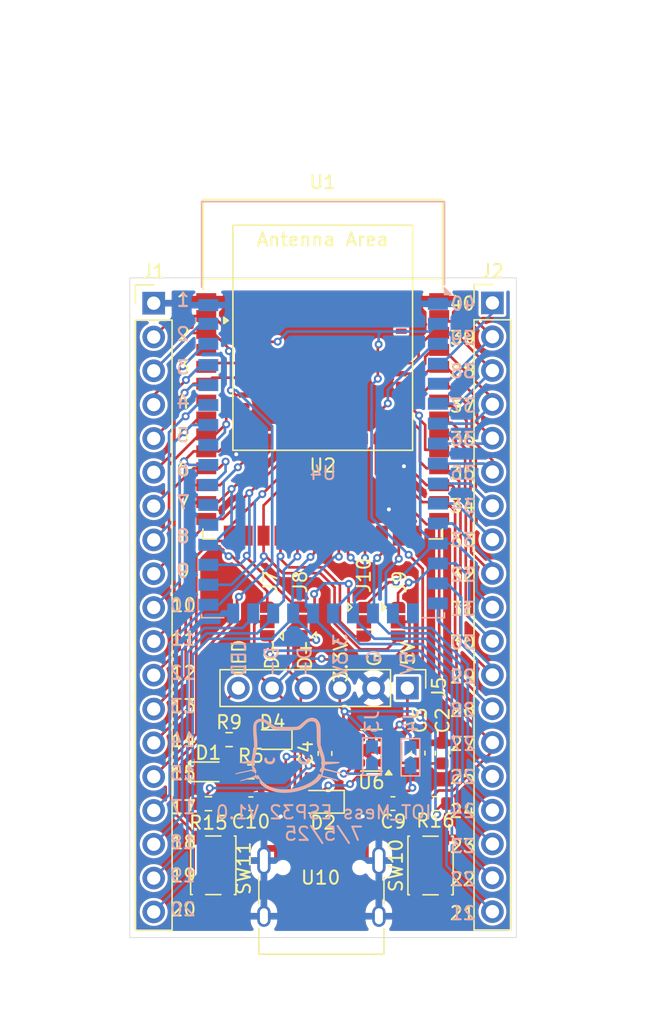
<source format=kicad_pcb>
(kicad_pcb (version 20241229) (generator "pcbnew") (generator_version "9.0")
  (layers (0 "F.Cu" signal) (2 "B.Cu" signal) (13 "F.Paste" user) (15 "B.Paste" user) (5 "F.SilkS" user "F.Silkscreen") (7 "B.SilkS" user "B.Silkscreen") (1 "F.Mask" user) (3 "B.Mask" user) (25 "Edge.Cuts" user))
  (net 0 "")
  (net 1 "5V")
  (net 2 "P1")
  (net 3 "P2")
  (net 4 "BOOT")
  (net 5 "P3")
  (net 6 "Net-(D1-A)")
  (net 7 "Net-(J3-A)")
  (net 8 "Net-(J5-Pin_6)")
  (net 9 "D-")
  (net 10 "D+")
  (net 14 "Net-(D4-A)")
  (net 15 "P10")
  (net 16 "P7")
  (net 17 "P4")
  (net 18 "P6")
  (net 19 "P9")
  (net 20 "P8")
  (net 21 "P11")
  (net 22 "P13")
  (net 23 "P14")
  (net 24 "P5")
  (net 25 "P12")
  (net 26 "P28")
  (net 27 "P36")
  (net 28 "P39")
  (net 29 "P29")
  (net 30 "P32")
  (net 31 "P35")
  (net 32 "P31")
  (net 33 "P38")
  (net 34 "P34")
  (net 35 "P30")
  (net 36 "P33")
  (net 37 "P37")
  (net 38 "P18")
  (net 39 "P23")
  (net 40 "P21")
  (net 41 "P25")
  (net 42 "P22")
  (net 43 "P24")
  (net 44 "P17")
  (net 45 "P15")
  (net 46 "P19")
  (net 47 "P20")
  (net 58 "P40")
  (net 60 "Net-(D2-K)")
  (footprint "Connector_PinHeader_2.54mm:PinHeader_1x19_P2.54mm_Vertical" (layer "F.Cu") (at 93.229 78.56)
    (property "Reference" "J1")
    (property "Value" "Conn_01x19_Pin")
  )
  (footprint "RF_Module:ESP32-C6-MINI-1" (layer "F.Cu") (at 105.929 83.860002)
    (property "Reference" "U2")
    (property "Value" "ESP32-C6-MINI-1")
  )
  (footprint "Button_Switch_SMD:SW_SPST_PTS810" (layer "F.Cu") (at 114.029 120.795002 90)
    (property "Reference" "SW10")
    (property "Value" "SW_Push")
  )
  (footprint "Diode_SMD:D_SOD-323" (layer "F.Cu") (at 105.929 116.010002 180)
    (property "Reference" "D2")
    (property "Value" "1N5819WS")
  )
  (footprint "Resistor_SMD:R_0603_1608Metric" (layer "F.Cu") (at 98.893218 111.341543 180)
    (property "Reference" "R9")
    (property "Value" "100R")
  )
  (footprint "LED_SMD:LED_0603_1608Metric" (layer "F.Cu") (at 97.329 113.760002)
    (property "Reference" "D1")
    (property "Value" "LED")
  )
  (footprint "Capacitor_SMD:C_0603_1608Metric" (layer "F.Cu") (at 100.529 116.155002)
    (property "Reference" "C10")
    (property "Value" ".1u")
  )
  (footprint "Connector_PinHeader_2.54mm:PinHeader_1x06_P2.54mm_Vertical" (layer "F.Cu") (at 112.289 107.470002 -90)
    (property "Reference" "J5")
    (property "Value" "Conn_01x06_Pin")
  )
  (footprint "IOT-Mess-Footprints:Jumper-3_P1.3mm_Open_RoundedPad1.0x1.5mm" (layer "F.Cu") (at 111.589 102.490002 -90)
    (property "Reference" "J9")
    (property "Value" "Jumper")
  )
  (footprint "IOT-Mess-Footprints:Jumper-3_P1.3mm_Open_RoundedPad1.0x1.5mm" (layer "F.Cu") (at 104.239 102.460001 90)
    (property "Reference" "J8")
    (property "Value" "Jumper")
  )
  (footprint "Capacitor_SMD:C_0603_1608Metric" (layer "F.Cu") (at 111.204 116.145002 180)
    (property "Reference" "C9")
    (property "Value" ".1u")
  )
  (footprint "LED_SMD:LED_0603_1608Metric" (layer "F.Cu") (at 102.133215 111.336541 180)
    (property "Reference" "D4")
    (property "Value" "LED")
  )
  (footprint "Capacitor_SMD:C_0603_1608Metric" (layer "F.Cu") (at 114.898999 112.355002 90)
    (property "Reference" "C2")
    (property "Value" "10u")
  )
  (footprint "Connector_USB:USB_C_Receptacle_HRO_TYPE-C-31-M-12" (layer "F.Cu") (at 105.829 123.555002)
    (property "Reference" "U10")
    (property "Value" "USB_C_Receptacle_USB2.0_16P")
  )
  (footprint "IOT-Mess-Footprints:Jumper-3_P1.3mm_Open_RoundedPad1.0x1.5mm" (layer "F.Cu") (at 109.018756 102.494561 -90)
    (property "Reference" "J10")
    (property "Value" "Jumper")
  )
  (footprint "IOT-Mess-Footprints:Jumper-3_P1.3mm_Open_RoundedPad1.0x1.5mm" (layer "F.Cu") (at 101.759 102.470003 90)
    (property "Reference" "J7")
    (property "Value" "Jumper")
  )
  (footprint "Capacitor_SMD:C_0603_1608Metric" (layer "F.Cu") (at 113.099001 112.355002 90)
    (property "Reference" "C5")
    (property "Value" "1u")
  )
  (footprint "Capacitor_SMD:C_0603_1608Metric" (layer "F.Cu") (at 106.099 112.380003 90)
    (property "Reference" "C4")
    (property "Value" "1u")
  )
  (footprint "Resistor_SMD:R_0603_1608Metric" (layer "F.Cu") (at 97.339 116.155002 180)
    (property "Reference" "R15")
    (property "Value" "10K")
  )
  (footprint "Package_TO_SOT_SMD:SOT-23-5" (layer "F.Cu") (at 109.586499 112.140002 180)
    (property "Reference" "U6")
    (property "Value" "ME6211C33M5")
  )
  (footprint "Resistor_SMD:R_0603_1608Metric" (layer "F.Cu") (at 114.404 116.145002)
    (property "Reference" "R16")
    (property "Value" "10K")
  )
  (footprint "Connector_PinHeader_2.54mm:PinHeader_1x19_P2.54mm_Vertical" (layer "F.Cu") (at 118.679 78.540002)
    (property "Reference" "J2")
    (property "Value" "Conn_01x19_Pin")
  )
  (footprint "Button_Switch_SMD:SW_SPST_PTS810" (layer "F.Cu") (at 97.704 120.780002 90)
    (property "Reference" "SW11")
    (property "Value" "SW_Push")
  )
  (footprint "Resistor_SMD:R_0603_1608Metric" (layer "F.Cu") (at 100.529 113.760002 180)
    (property "Reference" "R5")
    (property "Value" "R")
  )
  (footprint "Espressif:ESP32-S3-WROOM-1" (layer "F.Cu") (at 105.929 86.520002)
    (property "Reference" "U1")
    (property "Value" "~")
  )
  (footprint "IOT-Mess-Footprints:Jumpper-triangle" (layer "B.Cu") (at 112.52 112.665001 90)
    (property "Reference" "J4")
    (property "Value" "Jumper_2")
  )
  (footprint "IOT-Mess-Footprints:Jumpper-triangle" (layer "B.Cu") (at 109.63 112.615001 90)
    (property "Reference" "J3")
    (property "Value" "Jumper_2")
  )
  (footprint "RF_Module:ESP32-S2-WROVER" (layer "B.Cu") (at 105.954 90.385002 180)
    (property "Reference" "U4")
    (property "Value" "ESP32-S2-WROVER")
  )
  (footprint "IOT-Mess-Footprints:catIcon8x8" (layer "B.Cu") (at 103.5 112.5 180)
    (property "Reference" "G***" (hide yes))
    (property "Value" "LOGO" (hide yes))
  )
  (gr_rect (start 91.429 76.660002) (end 120.479 126.210002) (stroke (width 0.05)) (fill no) (layer "Edge.Cuts"))
  (gr_text "21" (at 116.435 124.377928 0) (layer "F.SilkS") (effects (font (size 1 1))))
  (gr_text "5V" (at 112.340769 104.865769 90) (layer "F.SilkS") (effects (font (size 1 1))))
  (gr_text "3" (at 95.466377 83.395692 0) (layer "F.SilkS") (effects (font (size 1 1))))
  (gr_text "3.3V" (at 107.290769 105.435769 90) (layer "F.SilkS") (effects (font (size 1 1))))
  (gr_text "32" (at 116.445 98.957928 0) (layer "F.SilkS") (effects (font (size 1 1))))
  (gr_text "9" (at 95.466377 98.675691 0) (layer "F.SilkS") (effects (font (size 1 1))))
  (gr_text "1" (at 95.436376 78.31569 0) (layer "F.SilkS") (effects (font (size 1 1))))
  (gr_text "D+" (at 104.600769 104.955769 90) (layer "F.SilkS") (effects (font (size 1 1))))
  (gr_text "33" (at 116.435 96.357928 0) (layer "F.SilkS") (effects (font (size 1 1))))
  (gr_text "LED" (at 99.650769 105.175769 90) (layer "F.SilkS") (effects (font (size 1 1))))
  (gr_text "24" (at 116.435 116.707928 0) (layer "F.SilkS") (effects (font (size 1 1))))
  (gr_text "13" (at 95.466378 108.83569 0) (layer "F.SilkS") (effects (font (size 1 1))))
  (gr_text "5" (at 95.466377 88.485691 0) (layer "F.SilkS") (effects (font (size 1 1))))
  (gr_text "36" (at 116.445 88.767928 0) (layer "F.SilkS") (effects (font (size 1 1))))
  (gr_text "18" (at 95.466377 119.055692 0) (layer "F.SilkS") (effects (font (size 1 1))))
  (gr_text "14" (at 95.466378 111.38569 0) (layer "F.SilkS") (effects (font (size 1 1))))
  (gr_text "39" (at 116.445 81.177929 0) (layer "F.SilkS") (effects (font (size 1 1))))
  (gr_text "35" (at 116.445001 91.317929 0) (layer "F.SilkS") (effects (font (size 1 1))))
  (gr_text "G" (at 109.810769 105.365769 90) (layer "F.SilkS") (effects (font (size 1 1))))
  (gr_text "D-" (at 102.120769 104.955769 90) (layer "F.SilkS") (effects (font (size 1 1))))
  (gr_text "12" (at 95.466378 106.32569 0) (layer "F.SilkS") (effects (font (size 1 1))))
  (gr_text "37" (at 116.445 86.257928 0) (layer "F.SilkS") (effects (font (size 1 1))))
  (gr_text "28" (at 116.445 109.117928 0) (layer "F.SilkS") (effects (font (size 1 1))))
  (gr_text "6" (at 95.466377 91.035692 0) (layer "F.SilkS") (effects (font (size 1 1))))
  (gr_text "40" (at 116.415 78.597928 0) (layer "F.SilkS") (effects (font (size 1 1))))
  (gr_text "34" (at 116.435 93.807927 0) (layer "F.SilkS") (effects (font (size 1 1))))
  (gr_text "19" (at 95.456377 121.545691 0) (layer "F.SilkS") (effects (font (size 1 1))))
  (gr_text "17" (at 95.456377 116.425692 0) (layer "F.SilkS") (effects (font (size 1 1))))
  (gr_text "30" (at 116.445 104.047929 0) (layer "F.SilkS") (effects (font (size 1 1))))
  (gr_text "15" (at 95.456377 113.875691 0) (layer "F.SilkS") (effects (font (size 1 1))))
  (gr_text "29" (at 116.445 106.607928 0) (layer "F.SilkS") (effects (font (size 1 1))))
  (gr_text "2" (at 95.466377 80.895691 0) (layer "F.SilkS") (effects (font (size 1 1))))
  (gr_text "22" (at 116.435 121.827927 0) (layer "F.SilkS") (effects (font (size 1 1))))
  (gr_text "11" (at 95.466377 103.765691 0) (layer "F.SilkS") (effects (font (size 1 1))))
  (gr_text "31" (at 116.445 101.527929 0) (layer "F.SilkS") (effects (font (size 1 1))))
  (gr_text "4" (at 95.466378 85.97569 0) (layer "F.SilkS") (effects (font (size 1 1))))
  (gr_text "8" (at 95.456377 96.075692 0) (layer "F.SilkS") (effects (font (size 1 1))))
  (gr_text "10" (at 95.466377 101.245691 0) (layer "F.SilkS") (effects (font (size 1 1))))
  (gr_text "27" (at 116.445001 111.667929 0) (layer "F.SilkS") (effects (font (size 1 1))))
  (gr_text "25" (at 116.435 114.157927 0) (layer "F.SilkS") (effects (font (size 1 1))))
  (gr_text "20" (at 95.456377 124.095692 0) (layer "F.SilkS") (effects (font (size 1 1))))
  (gr_text "23" (at 116.445001 119.337929 0) (layer "F.SilkS") (effects (font (size 1 1))))
  (gr_text "38\n" (at 116.445 83.677929 0) (layer "F.SilkS") (effects (font (size 1 1))))
  (gr_text "7" (at 95.456377 93.525691 0) (layer "F.SilkS") (effects (font (size 1 1))))
  (gr_text "35" (at 116.471464 91.317128 0) (layer "B.SilkS") (effects (font (size 1 1)) (justify mirror)))
  (gr_text "G" (at 109.78 105.07 90) (layer "B.SilkS") (effects (font (size 1 1)) (justify mirror)))
  (gr_text "29" (at 116.471465 106.607127 0) (layer "B.SilkS") (effects (font (size 1 1)) (justify mirror)))
  (gr_text "19" (at 95.410622 121.536234 0) (layer "B.SilkS") (effects (font (size 1 1)) (justify mirror)))
  (gr_text "38\n" (at 116.471465 83.677128 0) (layer "B.SilkS") (effects (font (size 1 1)) (justify mirror)))
  (gr_text "20" (at 95.410622 124.086235 0) (layer "B.SilkS") (effects (font (size 1 1)) (justify mirror)))
  (gr_text "D+" (at 104.57 105.48 90) (layer "B.SilkS") (effects (font (size 1 1)) (justify mirror)))
  (gr_text "10" (at 95.400622 101.236234 0) (layer "B.SilkS") (effects (font (size 1 1)) (justify mirror)))
  (gr_text "5" (at 95.400622 88.476234 0) (layer "B.SilkS") (effects (font (size 1 1)) (justify mirror)))
  (gr_text "D-" (at 102.09 105.48 90) (layer "B.SilkS") (effects (font (size 1 1)) (justify mirror)))
  (gr_text "30" (at 116.471465 104.047128 0) (layer "B.SilkS") (effects (font (size 1 1)) (justify mirror)))
  (gr_text "11" (at 95.400622 103.756234 0) (layer "B.SilkS") (effects (font (size 1 1)) (justify mirror)))
  (gr_text "22" (at 116.481464 121.827126 0) (layer "B.SilkS") (effects (font (size 1 1)) (justify mirror)))
  (gr_text "40" (at 116.501465 78.597127 0) (layer "B.SilkS") (effects (font (size 1 1)) (justify mirror)))
  (gr_text "27" (at 116.471464 111.667128 0) (layer "B.SilkS") (effects (font (size 1 1)) (justify mirror)))
  (gr_text "9" (at 95.400622 98.666234 0) (layer "B.SilkS") (effects (font (size 1 1)) (justify mirror)))
  (gr_text "28" (at 116.471465 109.117127 0) (layer "B.SilkS") (effects (font (size 1 1)) (justify mirror)))
  (gr_text "23" (at 116.471464 119.337128 0) (layer "B.SilkS") (effects (font (size 1 1)) (justify mirror)))
  (gr_text "8" (at 95.410622 96.066235 0) (layer "B.SilkS") (effects (font (size 1 1)) (justify mirror)))
  (gr_text "4" (at 95.40062 85.966233 0) (layer "B.SilkS") (effects (font (size 1 1)) (justify mirror)))
  (gr_text "17" (at 95.410622 116.416235 0) (layer "B.SilkS") (effects (font (size 1 1)) (justify mirror)))
  (gr_text "6" (at 95.400622 91.026235 0) (layer "B.SilkS") (effects (font (size 1 1)) (justify mirror)))
  (gr_text "24" (at 116.481464 116.707127 0) (layer "B.SilkS") (effects (font (size 1 1)) (justify mirror)))
  (gr_text "2" (at 95.400622 80.886234 0) (layer "B.SilkS") (effects (font (size 1 1)) (justify mirror)))
  (gr_text "3" (at 95.400622 83.386235 0) (layer "B.SilkS") (effects (font (size 1 1)) (justify mirror)))
  (gr_text "LED" (at 99.62 105.26 90) (layer "B.SilkS") (effects (font (size 1 1)) (justify mirror)))
  (gr_text "7" (at 95.410622 93.516234 0) (layer "B.SilkS") (effects (font (size 1 1)) (justify mirror)))
  (gr_text "18" (at 95.400622 119.046235 0) (layer "B.SilkS") (effects (font (size 1 1)) (justify mirror)))
  (gr_text "21" (at 116.481464 124.377127 0) (layer "B.SilkS") (effects (font (size 1 1)) (justify mirror)))
  (gr_text "34" (at 116.481464 93.807126 0) (layer "B.SilkS") (effects (font (size 1 1)) (justify mirror)))
  (gr_text "31" (at 116.471465 101.527128 0) (layer "B.SilkS") (effects (font (size 1 1)) (justify mirror)))
  (gr_text "32" (at 116.471465 98.957127 0) (layer "B.SilkS") (effects (font (size 1 1)) (justify mirror)))
  (gr_text "14" (at 95.400621 111.376233 0) (layer "B.SilkS") (effects (font (size 1 1)) (justify mirror)))
  (gr_text "25" (at 116.481464 114.157126 0) (layer "B.SilkS") (effects (font (size 1 1)) (justify mirror)))
  (gr_text "5V" (at 112.31 105.57 90) (layer "B.SilkS") (effects (font (size 1 1)) (justify mirror)))
  (gr_text "3.3V" (at 107.26 105 90) (layer "B.SilkS") (effects (font (size 1 1)) (justify mirror)))
  (gr_text "36" (at 116.471465 88.767127 0) (layer "B.SilkS") (effects (font (size 1 1)) (justify mirror)))
  (gr_text "37" (at 116.471465 86.257127 0) (layer "B.SilkS") (effects (font (size 1 1)) (justify mirror)))
  (gr_text "12" (at 95.40062 106.316233 0) (layer "B.SilkS") (effects (font (size 1 1)) (justify mirror)))
  (gr_text "15" (at 95.410622 113.866234 0) (layer "B.SilkS") (effects (font (size 1 1)) (justify mirror)))
  (gr_text "39" (at 116.471465 81.177128 0) (layer "B.SilkS") (effects (font (size 1 1)) (justify mirror)))
  (gr_text "33" (at 116.481464 96.357127 0) (layer "B.SilkS") (effects (font (size 1 1)) (justify mirror)))
  (gr_text "1" (at 95.430623 78.306233 0) (layer "B.SilkS") (effects (font (size 1 1)) (justify mirror)))
  (gr_text "13" (at 95.40062 108.826233 0) (layer "B.SilkS") (effects (font (size 1 1)) (justify mirror)))
  (gr_text "IOT_Mess ESP32 V1.0\n7/5/25" (at 106 119 0) (layer "B.SilkS") (effects (font (size 1 1)) (justify bottom mirror)))
  (segment (start 110.723999 113.816001) (end 110.723999 113.090001) (width 0.2) (layer "F.Cu") (net 1))
  (segment (start 111.799 113.090002) (end 110.724 113.090002) (width 0.2) (layer "F.Cu") (net 1))
  (segment (start 111.798999 111.602503) (end 111.3865 111.190003) (width 0.2) (layer "F.Cu") (net 1))
  (segment (start 112.908999 113.090002) (end 111.799 113.090002) (width 0.2) (layer "F.Cu") (net 1))
  (segment (start 114.898999 113.130002) (end 113.099 113.130002) (width 0.2) (layer "F.Cu") (net 1))
  (segment (start 112.289 109.625002) (end 111.7065 110.207502) (width 0.2) (layer "F.Cu") (net 1))
  (segment (start 110.39 114.15) (end 110.723999 113.816001) (width 0.2) (layer "F.Cu") (net 1))
  (segment (start 108.51 114.15) (end 110.39 114.15) (width 0.2) (layer "F.Cu") (net 1))
  (segment (start 107.98 114.68) (end 108.51 114.15) (width 0.2) (layer "F.Cu") (net 1))
  (segment (start 111.7065 110.207502) (end 110.723999 111.190003) (width 0.2) (layer "F.Cu") (net 1))
  (segment (start 111.799 113.090002) (end 111.798999 111.602503) (width 0.2) (layer "F.Cu") (net 1))
  (segment (start 104.879 116.010002) (end 105.119998 116.010002) (width 0.2) (layer "F.Cu") (net 1))
  (segment (start 105.119998 116.010002) (end 106.35 114.78) (width 0.2) (layer "F.Cu") (net 1))
  (segment (start 112.289 107.470002) (end 112.289 109.625002) (width 0.2) (layer "F.Cu") (net 1))
  (via (at 111.7065 110.207502) (size 0.6) (drill 0.3) (layers "F.Cu" "B.Cu") (net 1))
  (via (at 107.98 114.68) (size 0.6) (drill 0.3) (layers "F.Cu" "B.Cu") (net 1))
  (via (at 106.35 114.78) (size 0.6) (drill 0.3) (layers "F.Cu" "B.Cu") (net 1))
  (segment (start 111.606499 110.207502) (end 111.7065 110.207502) (width 0.2) (layer "B.Cu") (net 1))
  (segment (start 111.7065 110.207502) (end 112.52 111.021002) (width 0.2) (layer "B.Cu") (net 1))
  (segment (start 107.88 114.78) (end 106.35 114.78) (width 0.2) (layer "B.Cu") (net 1))
  (segment (start 112.52 111.021002) (end 112.52 111.940002) (width 0.2) (layer "B.Cu") (net 1))
  (segment (start 107.98 114.68) (end 107.88 114.78) (width 0.2) (layer "B.Cu") (net 1))
  (segment (start 100.029 89.310002) (end 100.029 87.860002) (width 0.2) (layer "F.Cu") (net 2))
  (segment (start 102.729 88.760002) (end 102.729 87.680002) (width 0.2) (layer "F.Cu") (net 2))
  (segment (start 108.929 117.105002) (end 109.209 117.105002) (width 0.2) (layer "F.Cu") (net 2))
  (segment (start 102.779 117.110002) (end 102.534 117.110002) (width 0.2) (layer "F.Cu") (net 2))
  (segment (start 101.029 116.155002) (end 101.304 116.155002) (width 0.2) (layer "F.Cu") (net 2))
  (segment (start 98.779 118.405002) (end 101.029 116.155002) (width 0.2) (layer "F.Cu") (net 2))
  (segment (start 98.779 118.405002) (end 98.779 122.555002) (width 0.2) (layer "F.Cu") (net 2))
  (segment (start 101.579 116.155002) (end 101.304 116.155002) (width 0.2) (layer "F.Cu") (net 2))
  (segment (start 109.749 107.470002) (end 109.439 107.780002) (width 0.2) (layer "F.Cu") (net 2))
  (segment (start 102.729 87.680002) (end 103.029 87.380002) (width 0.2) (layer "F.Cu") (net 2))
  (segment (start 99.429 89.910002) (end 100.029 89.310002) (width 0.2) (layer "F.Cu") (net 2))
  (segment (start 111.879 90.660002) (end 112.029 90.810002) (width 0.2) (layer "F.Cu") (net 2))
  (segment (start 111.879 89.160002) (end 111.879 90.660002) (width 0.2) (layer "F.Cu") (net 2))
  (segment (start 109.209 117.105002) (end 110.169 116.145002) (width 0.2) (layer "F.Cu") (net 2))
  (segment (start 115.104 118.720002) (end 115.104 122.870002) (width 0.2) (layer "F.Cu") (net 2))
  (segment (start 102.534 117.110002) (end 101.579 116.155002) (width 0.2) (layer "F.Cu") (net 2))
  (via (at 110.899 94.050002) (size 0.6) (drill 0.3) (layers "F.Cu" "B.Cu") (net 2))
  (via (at 99.429 89.910002) (size 0.6) (drill 0.3) (layers "F.Cu" "B.Cu") (net 2))
  (via (at 108.929 117.105002) (size 0.6) (drill 0.3) (layers "F.Cu" "B.Cu") (net 2))
  (via (at 112.029 90.810002) (size 0.6) (drill 0.3) (layers "F.Cu" "B.Cu") (net 2))
  (via (at 102.779 117.110002) (size 0.6) (drill 0.3) (layers "F.Cu" "B.Cu") (net 2))
  (segment (start 102.884 117.110002) (end 108.924 117.110002) (width 0.2) (layer "B.Cu") (net 2))
  (segment (start 108.924 117.110002) (end 108.929 117.105002) (width 0.2) (layer "B.Cu") (net 2))
  (segment (start 102.779 117.110002) (end 102.779 117.005002) (width 0.2) (layer "B.Cu") (net 2))
  (segment (start 102.779 117.005002) (end 102.884 117.110002) (width 0.2) (layer "B.Cu") (net 2))
  (segment (start 97.439 115.230002) (end 96.514 116.155002) (width 0.2) (layer "F.Cu") (net 3))
  (segment (start 102.539 81.450002) (end 102.529 81.460002) (width 0.2) (layer "F.Cu") (net 3))
  (segment (start 103.15 113.37) (end 102.759998 113.760002) (width 0.2) (layer "F.Cu") (net 3))
  (segment (start 107.454003 111.8) (end 106.099 113.155003) (width 0.2) (layer "F.Cu") (net 3))
  (segment (start 102.759998 113.760002) (end 101.354 113.760002) (width 0.2) (layer "F.Cu") (net 3))
  (segment (start 105.954001 113.300002) (end 106.099 113.155003) (width 0.2) (layer "F.Cu") (net 3))
  (segment (start 94.799 79.530002) (end 97.179 79.530002) (width 0.2) (layer "F.Cu") (net 3))
  (segment (start 104.878 113.300002) (end 105.954001 113.300002) (width 0.2) (layer "F.Cu") (net 3))
  (segment (start 110.07 81.72) (end 110.13 81.66) (width 0.2) (layer "F.Cu") (net 3))
  (segment (start 99.627 81.460002) (end 100.029 81.460002) (width 0.2) (layer "F.Cu") (net 3))
  (segment (start 110.07 84.24) (end 110.07 81.72) (width 0.2) (layer "F.Cu") (net 3))
  (segment (start 97.179 79.530002) (end 97.697 79.530002) (width 0.2) (layer "F.Cu") (net 3))
  (segment (start 107.485499 111.8) (end 107.485499 109.303503) (width 0.2) (layer "F.Cu") (net 3))
  (segment (start 107.485499 109.303503) (end 107.569 109.220002) (width 0.2) (layer "F.Cu") (net 3))
  (segment (start 102.529 81.460002) (end 100.029 81.460002) (width 0.2) (layer "F.Cu") (net 3))
  (segment (start 97.697 79.530002) (end 99.627 81.460002) (width 0.2) (layer "F.Cu") (net 3))
  (segment (start 107.209001 107.470002) (end 107.209001 108.860003) (width 0.2) (layer "F.Cu") (net 3))
  (segment (start 113.44 98.512042) (end 112.38401 97.456052) (width 0.2) (layer "F.Cu") (net 3))
  (segment (start 103.15 112.68) (end 103.15 113.37) (width 0.2) (layer "F.Cu") (net 3))
  (segment (start 103.21 112.62) (end 103.15 112.68) (width 0.2) (layer "F.Cu") (net 3))
  (segment (start 93.229 81.100002) (end 94.799 79.530002) (width 0.2) (layer "F.Cu") (net 3))
  (segment (start 113.44 109.51) (end 113.44 98.512042) (width 0.2) (layer "F.Cu") (net 3))
  (segment (start 107.485499 111.8) (end 107.454003 111.8) (width 0.2) (layer "F.Cu") (net 3))
  (segment (start 114.529 116.960002) (end 114.529 116.585002) (width 0.2) (layer "F.Cu") (net 3))
  (segment (start 114.529 116.585002) (end 114.969 116.145002) (width 0.2) (layer "F.Cu") (net 3))
  (segment (start 107.209001 108.860003) (end 107.569 109.220002) (width 0.2) (layer "F.Cu") (net 3))
  (segment (start 113.25 109.7) (end 113.44 109.51) (width 0.2) (layer "F.Cu") (net 3))
  (segment (start 97.439 114.980002) (end 97.439 115.230002) (width 0.2) (layer "F.Cu") (net 3))
  (via (at 113.25 109.7) (size 0.6) (drill 0.3) (layers "F.Cu" "B.Cu") (net 3))
  (via (at 102.539 81.450002) (size 0.6) (drill 0.3) (layers "F.Cu" "B.Cu") (net 3))
  (via (at 107.569 109.220002) (size 0.6) (drill 0.3) (layers "F.Cu" "B.Cu") (net 3))
  (via (at 110.13 81.66) (size 0.6) (drill 0.3) (layers "F.Cu" "B.Cu") (net 3))
  (via (at 97.439 114.980002) (size 0.6) (drill 0.3) (layers "F.Cu" "B.Cu") (net 3))
  (via (at 103.21 112.62) (size 0.6) (drill 0.3) (layers "F.Cu" "B.Cu") (net 3))
  (via (at 104.878 113.300002) (size 0.6) (drill 0.3) (layers "F.Cu" "B.Cu") (net 3))
  (via (at 114.529 116.960002) (size 0.6) (drill 0.3) (layers "F.Cu" "B.Cu") (net 3))
  (via (at 110.07 84.24) (size 0.6) (drill 0.3) (layers "F.Cu" "B.Cu") (net 3))
  (via (at 112.38401 97.456052) (size 0.6) (drill 0.3) (layers "F.Cu" "B.Cu") (net 3))
  (segment (start 109.6 87.61) (end 109.6 94.672042) (width 0.2) (layer "B.Cu") (net 3))
  (segment (start 114.4 116.831002) (end 114.529 116.960002) (width 0.2) (layer "B.Cu") (net 3))
  (segment (start 113.389998 109.759998) (end 114.4 110.77) (width 0.2) (layer "B.Cu") (net 3))
  (segment (start 112.770002 109.220002) (end 110.77 109.220002) (width 0.2) (layer "B.Cu") (net 3))
  (segment (start 103.299 80.690002) (end 110.199 80.690002) (width 0.2) (layer "B.Cu") (net 3))
  (segment (start 110.199 80.690002) (end 110.31 80.690002) (width 0.2) (layer "B.Cu") (net 3))
  (segment (start 110.77 109.220002) (end 107.569 109.220002) (width 0.2) (layer "B.Cu") (net 3))
  (segment (start 102.539 81.450002) (end 103.299 80.690002) (width 0.2) (layer "B.Cu") (net 3))
  (segment (start 109.63 111.890002) (end 109.63 111.281002) (width 0.2) (layer "B.Cu") (net 3))
  (segment (start 114.4 110.77) (end 114.4 116.831002) (width 0.2) (layer "B.Cu") (net 3))
  (segment (start 113.25 109.7) (end 112.770002 109.220002) (width 0.2) (layer "B.Cu") (net 3))
  (segment (start 104.197998 112.62) (end 104.878 113.300002) (width 0.2) (layer "B.Cu") (net 3))
  (segment (start 113.25 109.7) (end 113.190002 109.759998) (width 0.2) (layer "B.Cu") (net 3))
  (segment (start 109.6 84.71) (end 110.07 84.24) (width 0.2) (layer "B.Cu") (net 3))
  (segment (start 110.31 80.690002) (end 113.999 80.690002) (width 0.2) (layer "B.Cu") (net 3))
  (segment (start 113.190002 109.759998) (end 113.389998 109.759998) (width 0.2) (layer "B.Cu") (net 3))
  (segment (start 104.878 113.300002) (end 103.198 114.980002) (width 0.2) (layer "B.Cu") (net 3))
  (segment (start 103.198 114.980002) (end 97.439 114.980002) (width 0.2) (layer "B.Cu") (net 3))
  (segment (start 109.6 94.672042) (end 112.38401 97.456052) (width 0.2) (layer "B.Cu") (net 3))
  (segment (start 110.13 80.870002) (end 110.31 80.690002) (width 0.2) (layer "B.Cu") (net 3))
  (segment (start 110.13 81.66) (end 110.13 80.870002) (width 0.2) (layer "B.Cu") (net 3))
  (segment (start 109.6 87.61) (end 109.6 84.71) (width 0.2) (layer "B.Cu") (net 3))
  (segment (start 113.999 80.690002) (end 114.579 80.110002) (width 0.2) (layer "B.Cu") (net 3))
  (segment (start 103.21 112.62) (end 104.197998 112.62) (width 0.2) (layer "B.Cu") (net 3))
  (segment (start 109.63 111.281002) (end 107.569 109.220002) (width 0.2) (layer "B.Cu") (net 3))
  (segment (start 109.929 88.29) (end 109.929 91.370002) (width 0.2) (layer "F.Cu") (net 4))
  (segment (start 110.82 86.09) (end 110.2 86.71) (width 0.2) (layer "F.Cu") (net 4))
  (segment (start 113.579 118.355002) (end 113.214 118.720002) (width 0.2) (layer "F.Cu") (net 4))
  (segment (start 112.954 123.240002) (end 112.954 119.090002) (width 0.2) (layer "F.Cu") (net 4))
  (segment (start 110.2 86.71) (end 110.2 88.019) (width 0.2) (layer "F.Cu") (net 4))
  (segment (start 111.979 116.145002) (end 113.579 116.145002) (width 0.2) (layer "F.Cu") (net 4))
  (segment (start 113.319 116.145002) (end 113.644 116.145002) (width 0.2) (layer "F.Cu") (net 4))
  (segment (start 118.679 112.210002) (end 118.679 111.560002) (width 0.2) (layer "F.Cu") (net 4))
  (segment (start 114.629 115.160002) (end 115.729 115.160002) (width 0.2) (layer "F.Cu") (net 4))
  (segment (start 115.729 115.160002) (end 118.679 112.210002) (width 0.2) (layer "F.Cu") (net 4))
  (segment (start 110.2 88.019) (end 109.929 88.29) (width 0.2) (layer "F.Cu") (net 4))
  (segment (start 113.579 116.145002) (end 113.579 118.355002) (width 0.2) (layer "F.Cu") (net 4))
  (segment (start 114.679 107.580002) (end 118.679 111.580002) (width 0.2) (layer "F.Cu") (net 4))
  (segment (start 114.679 95.170002) (end 114.679 107.580002) (width 0.2) (layer "F.Cu") (net 4))
  (segment (start 113.729 95.170002) (end 114.679 95.170002) (width 0.2) (layer "F.Cu") (net 4))
  (segment (start 113.644 116.145002) (end 114.629 115.160002) (width 0.2) (layer "F.Cu") (net 4))
  (segment (start 118.679 112.260002) (end 118.679 111.560002) (width 0.2) (layer "F.Cu") (net 4))
  (segment (start 109.929 91.370002) (end 113.729 95.170002) (width 0.2) (layer "F.Cu") (net 4))
  (via (at 110.82 86.09) (size 0.6) (drill 0.3) (layers "F.Cu" "B.Cu") (net 4))
  (segment (start 110.82 86.09) (end 110.82 85.069002) (width 0.2) (layer "B.Cu") (net 4))
  (segment (start 114.279 81.610002) (end 114.579 81.610002) (width 0.2) (layer "B.Cu") (net 4))
  (segment (start 110.82 85.069002) (end 114.279 81.610002) (width 0.2) (layer "B.Cu") (net 4))
  (segment (start 94.529 116.605002) (end 96.629 118.705002) (width 0.2) (layer "F.Cu") (net 5))
  (segment (start 96.83 104.829002) (end 96.83 111.086102) (width 0.2) (layer "F.Cu") (net 5))
  (segment (start 96.629 122.555002) (end 96.629 118.405002) (width 0.2) (layer "F.Cu") (net 5))
  (segment (start 98.879 81.968002) (end 97.711 80.800002) (width 0.2) (layer "F.Cu") (net 5))
  (segment (start 98.164 116.155002) (end 98.164 116.870002) (width 0.2) (layer "F.Cu") (net 5))
  (segment (start 99.489 100.75) (end 99.489 102.170002) (width 0.2) (layer "F.Cu") (net 5))
  (segment (start 97.711 80.800002) (end 97.179 80.800002) (width 0.2) (layer "F.Cu") (net 5))
  (segment (start 99.379 85.460002) (end 100.029 85.460002) (width 0.2) (layer "F.Cu") (net 5))
  (segment (start 96.83 111.086102) (end 94.529 113.387102) (width 0.2) (layer "F.Cu") (net 5))
  (segment (start 98.164 116.870002) (end 96.629 118.405002) (width 0.2) (layer "F.Cu") (net 5))
  (segment (start 99.489 102.170002) (end 96.83 104.829002) (width 0.2) (layer "F.Cu") (net 5))
  (segment (start 98.164 116.155002) (end 99.789 116.155002) (width 0.2) (layer "F.Cu") (net 5))
  (segment (start 99.029 85.110002) (end 99.379 85.460002) (width 0.2) (layer "F.Cu") (net 5))
  (segment (start 96.069 80.800002) (end 97.179 80.800002) (width 0.2) (layer "F.Cu") (net 5))
  (segment (start 94.529 113.387102) (end 94.529 116.605002) (width 0.2) (layer "F.Cu") (net 5))
  (segment (start 93.229 83.640002) (end 96.069 80.800002) (width 0.2) (layer "F.Cu") (net 5))
  (segment (start 98.879 82.160002) (end 98.879 81.968002) (width 0.2) (layer "F.Cu") (net 5))
  (via (at 99.029 85.110002) (size 0.6) (drill 0.3) (layers "F.Cu" "B.Cu") (net 5))
  (via (at 99.629 100.61) (size 0.6) (drill 0.3) (layers "F.Cu" "B.Cu") (net 5))
  (via (at 98.879 82.160002) (size 0.6) (drill 0.3) (layers "F.Cu" "B.Cu") (net 5))
  (segment (start 99.429 85.110002) (end 99.029 85.110002) (width 0.2) (layer "B.Cu") (net 5))
  (segment (start 97.329 80.110002) (end 96.759 80.110002) (width 0.2) (layer "B.Cu") (net 5))
  (segment (start 96.759 80.110002) (end 93.229 83.640002) (width 0.2) (layer "B.Cu") (net 5))
  (segment (start 102.129 98.130002) (end 102.129 87.810002) (width 0.2) (layer "B.Cu") (net 5))
  (segment (start 99.789002 100.47) (end 102.129 98.130002) (width 0.2) (layer "B.Cu") (net 5))
  (segment (start 99.029 82.310002) (end 99.029 85.110002) (width 0.2) (layer "B.Cu") (net 5))
  (segment (start 98.879 82.160002) (end 99.029 82.310002) (width 0.2) (layer "B.Cu") (net 5))
  (segment (start 102.129 87.810002) (end 99.429 85.110002) (width 0.2) (layer "B.Cu") (net 5))
  (segment (start 98.1165 113.760002) (end 99.704 113.760002) (width 0.2) (layer "F.Cu") (net 6))
  (segment (start 107.5 113.9) (end 107.639 113.9) (width 0.2) (layer "F.Cu") (net 7))
  (segment (start 107.639 113.9) (end 108.448999 113.090001) (width 0.2) (layer "F.Cu") (net 7))
  (via (at 107.5 113.9) (size 0.6) (drill 0.3) (layers "F.Cu" "B.Cu") (net 7))
  (segment (start 109.07 113.9) (end 107.5 113.9) (width 0.2) (layer "B.Cu") (net 7))
  (segment (start 109.63 113.34) (end 109.07 113.9) (width 0.2) (layer "B.Cu") (net 7))
  (segment (start 98.068218 108.990784) (end 98.068218 111.341543) (width 0.2) (layer "F.Cu") (net 8))
  (segment (start 99.589 107.470002) (end 98.068218 108.990784) (width 0.2) (layer "F.Cu") (net 8))
  (segment (start 100.7855 106.126502) (end 102.129 107.470002) (width 0.2) (layer "F.Cu") (net 9))
  (segment (start 102.129 107.470002) (end 103.837 109.178002) (width 0.2) (layer "F.Cu") (net 9))
  (segment (start 112.339 102.490002) (end 111.589 102.490002) (width 0.2) (layer "F.Cu") (net 9))
  (segment (start 105.849 105.260002) (end 105.909 105.320002) (width 0.2) (layer "F.Cu") (net 9))
  (segment (start 101.759 102.470003) (end 101.009 102.470003) (width 0.2) (layer "F.Cu") (net 9))
  (segment (start 103.837 109.178002) (end 103.837 117.018002) (width 0.2) (layer "F.Cu") (net 9))
  (segment (start 106.03 120.536002) (end 106.079 120.487002) (width 0.2) (layer "F.Cu") (net 9))
  (segment (start 112.445 104.051102) (end 112.445 102.596002) (width 0.2) (layer "F.Cu") (net 9))
  (segment (start 111.1761 105.320002) (end 112.445 104.051102) (width 0.2) (layer "F.Cu") (net 9))
  (segment (start 103.837 117.018002) (end 105.079 118.260002) (width 0.2) (layer "F.Cu") (net 9))
  (segment (start 100.7855 102.693503) (end 100.7855 106.126502) (width 0.2) (layer "F.Cu") (net 9))
  (segment (start 112.445 102.596002) (end 112.339 102.490002) (width 0.2) (layer "F.Cu") (net 9))
  (segment (start 105.909 105.320002) (end 111.1761 105.320002) (width 0.2) (layer "F.Cu") (net 9))
  (segment (start 105.079 120.487002) (end 105.128 120.536002) (width 0.2) (layer "F.Cu") (net 9))
  (segment (start 105.079 118.260002) (end 105.079 119.510002) (width 0.2) (layer "F.Cu") (net 9))
  (segment (start 105.128 120.536002) (end 106.03 120.536002) (width 0.2) (layer "F.Cu") (net 9))
  (segment (start 101.009 102.470003) (end 100.7855 102.693503) (width 0.2) (layer "F.Cu") (net 9))
  (segment (start 106.079 120.487002) (end 106.079 119.510002) (width 0.2) (layer "F.Cu") (net 9))
  (segment (start 105.079 119.510002) (end 105.079 120.487002) (width 0.2) (layer "F.Cu") (net 9))
  (segment (start 101.429 102.342501) (end 101.6415 102.130001) (width 0.2) (layer "F.Cu") (net 9))
  (via (at 105.849 105.260002) (size 0.6) (drill 0.3) (layers "F.Cu" "B.Cu") (net 9))
  (segment (start 104.339 105.260002) (end 102.129 107.470002) (width 0.2) (layer "B.Cu") (net 9))
  (segment (start 105.849 105.260002) (end 104.339 105.260002) (width 0.2) (layer "B.Cu") (net 9))
  (segment (start 106.555 118.484002) (end 106.429 118.484002) (width 0.2) (layer "F.Cu") (net 10))
  (segment (start 106.579 118.533002) (end 106.579 119.510002) (width 0.2) (layer "F.Cu") (net 10))
  (segment (start 105.628 118.241902) (end 105.628 118.484002) (width 0.2) (layer "F.Cu") (net 10))
  (segment (start 106.429 118.484002) (end 106.53 118.484002) (width 0.2) (layer "F.Cu") (net 10))
  (segment (start 104.278 106.991002) (end 104.278 116.891902) (width 0.2) (layer "F.Cu") (net 10))
  (segment (start 107.869 99.651472) (end 107.869 101.677558) (width 0.2) (layer "F.Cu") (net 10))
  (segment (start 108.686003 102.494561) (end 109.018756 102.494561) (width 0.2) (layer "F.Cu") (net 10))
  (segment (start 104.669 107.470002) (end 104.238 107.901002) (width 0.2) (layer "F.Cu") (net 10))
  (segment (start 106.53 118.484002) (end 106.579 118.533002) (width 0.2) (layer "F.Cu") (net 10))
  (segment (start 103.333 103.033248) (end 103.333 106.134002) (width 0.2) (layer "F.Cu") (net 10))
  (segment (start 104.579001 102.460001) (end 104.239 102.460001) (width 0.2) (layer "F.Cu") (net 10))
  (segment (start 105.279 100.400002) (end 105.319 100.440002) (width 0.2) (layer "F.Cu") (net 10))
  (segment (start 103.906247 102.460001) (end 103.333 103.033248) (width 0.2) (layer "F.Cu") (net 10))
  (segment (start 105.319 100.440002) (end 105.319 101.720002) (width 0.2) (layer "F.Cu") (net 10))
  (segment (start 105.319 101.720002) (end 104.579001 102.460001) (width 0.2) (layer "F.Cu") (net 10))
  (segment (start 104.278 116.891902) (end 105.628 118.241902) (width 0.2) (layer "F.Cu") (net 10))
  (segment (start 105.579 118.533002) (end 105.628 118.484002) (width 0.2) (layer "F.Cu") (net 10))
  (segment (start 105.628 118.484002) (end 106.429 118.484002) (width 0.2) (layer "F.Cu") (net 10))
  (segment (start 107.869 101.677558) (end 108.686003 102.494561) (width 0.2) (layer "F.Cu") (net 10))
  (segment (start 103.333 106.134002) (end 104.669 107.470002) (width 0.2) (layer "F.Cu") (net 10))
  (segment (start 105.579 119.510002) (end 105.579 118.533002) (width 0.2) (layer "F.Cu") (net 10))
  (segment (start 107.879735 99.640737) (end 107.869 99.651472) (width 0.2) (layer "F.Cu") (net 10))
  (via (at 107.879735 99.640737) (size 0.6) (drill 0.3) (layers "F.Cu" "B.Cu") (net 10))
  (via (at 105.279 100.400002) (size 0.6) (drill 0.3) (layers "F.Cu" "B.Cu") (net 10))
  (segment (start 105.279 100.380002) (end 105.279 100.400002) (width 0.2) (layer "B.Cu") (net 10))
  (segment (start 107.839 99.600002) (end 106.059 99.600002) (width 0.2) (layer "B.Cu") (net 10))
  (segment (start 106.059 99.600002) (end 105.279 100.380002) (width 0.2) (layer "B.Cu") (net 10))
  (segment (start 107.879735 99.640737) (end 107.839 99.600002) (width 0.2) (layer "B.Cu") (net 10))
  (segment (start 101.333217 111.349038) (end 101.345714 111.336541) (width 0.2) (layer "F.Cu") (net 14))
  (segment (start 99.72322 111.336541) (end 99.718218 111.341543) (width 0.2) (layer "F.Cu") (net 14))
  (segment (start 101.345714 111.336541) (end 99.72322 111.336541) (width 0.2) (layer "F.Cu") (net 14))
  (segment (start 95.654 90.265002) (end 96.229 89.690002) (width 0.2) (layer "F.Cu") (net 15))
  (segment (start 96.229 89.690002) (end 97.179 89.690002) (width 0.2) (layer "F.Cu") (net 15))
  (segment (start 99.28 88.539002) (end 98.129 89.690002) (width 0.2) (layer "F.Cu") (net 15))
  (segment (start 95.654 90.283532) (end 95.654 90.265002) (width 0.2) (layer "F.Cu") (net 15))
  (segment (start 99.631057 87.060002) (end 99.28 87.411059) (width 0.2) (layer "F.Cu") (net 15))
  (segment (start 98.129 89.690002) (end 97.179 89.690002) (width 0.2) (layer "F.Cu") (net 15))
  (segment (start 100.029 87.060002) (end 99.631057 87.060002) (width 0.2) (layer "F.Cu") (net 15))
  (segment (start 99.28 87.411059) (end 99.28 88.539002) (width 0.2) (layer "F.Cu") (net 15))
  (segment (start 95.503265 90.434267) (end 95.654 90.283532) (width 0.2) (layer "F.Cu") (net 15))
  (via (at 95.503265 90.434267) (size 0.6) (drill 0.3) (layers "F.Cu" "B.Cu") (net 15))
  (segment (start 95.503265 90.434267) (end 95.18 90.757532) (width 0.2) (layer "B.Cu") (net 15))
  (segment (start 95.18 90.757532) (end 95.18 99.469002) (width 0.2) (layer "B.Cu") (net 15))
  (segment (start 95.603265 90.434267) (end 95.879 90.710002) (width 0.2) (layer "B.Cu") (net 15))
  (segment (start 95.503265 90.434267) (end 95.603265 90.434267) (width 0.2) (layer "B.Cu") (net 15))
  (segment (start 95.879 90.710002) (end 97.329 90.710002) (width 0.2) (layer "B.Cu") (net 15))
  (segment (start 95.18 99.469002) (end 93.229 101.420002) (width 0.2) (layer "B.Cu") (net 15))
  (segment (start 95.629 87.060002) (end 96.809 85.880002) (width 0.2) (layer "F.Cu") (net 16))
  (segment (start 96.809 85.880002) (end 97.179 85.880002) (width 0.2) (layer "F.Cu") (net 16))
  (via (at 95.629 87.060002) (size 0.6) (drill 0.3) (layers "F.Cu" "B.Cu") (net 16))
  (segment (start 96.479 86.210002) (end 97.329 86.210002) (width 0.2) (layer "B.Cu") (net 16))
  (segment (start 95.579 87.060002) (end 94.379 88.260002) (width 0.2) (layer "B.Cu") (net 16))
  (segment (start 94.379 92.650002) (end 93.229 93.800002) (width 0.2) (layer "B.Cu") (net 16))
  (segment (start 94.379 88.260002) (end 94.379 92.650002) (width 0.2) (layer "B.Cu") (net 16))
  (segment (start 95.629 87.060002) (end 96.479 86.210002) (width 0.2) (layer "B.Cu") (net 16))
  (segment (start 95.629 87.060002) (end 95.579 87.060002) (width 0.2) (layer "B.Cu") (net 16))
  (segment (start 97.179 82.070002) (end 96.647 82.070002) (width 0.2) (layer "F.Cu") (net 17))
  (segment (start 93.229 85.488002) (end 95.418 83.299002) (width 0.2) (layer "F.Cu") (net 17))
  (segment (start 93.229 86.180002) (end 93.229 85.488002) (width 0.2) (layer "F.Cu") (net 17))
  (segment (start 96.647 82.070002) (end 95.418 83.299002) (width 0.2) (layer "F.Cu") (net 17))
  (via (at 95.418 83.299002) (size 0.6) (drill 0.3) (layers "F.Cu" "B.Cu") (net 17))
  (segment (start 97.107 81.610002) (end 97.329 81.610002) (width 0.2) (layer "B.Cu") (net 17))
  (segment (start 95.418 83.299002) (end 97.107 81.610002) (width 0.2) (layer "B.Cu") (net 17))
  (segment (start 93.229 85.410002) (end 93.229 86.180002) (width 0.2) (layer "B.Cu") (net 17))
  (segment (start 97.329 81.610002) (end 97.029 81.610002) (width 0.2) (layer "B.Cu") (net 17))
  (segment (start 94.781 89.708002) (end 93.229 91.260002) (width 0.2) (layer "F.Cu") (net 18))
  (segment (start 97.63 84.159002) (end 99.73 84.159002) (width 0.2) (layer "F.Cu") (net 18))
  (segment (start 99.73 84.159002) (end 100.029 83.860002) (width 0.2) (layer "F.Cu") (net 18))
  (segment (start 97.179 84.610002) (end 97.63 84.159002) (width 0.2) (layer "F.Cu") (net 18))
  (segment (start 96.229 84.610002) (end 95.554 85.285002) (width 0.2) (layer "F.Cu") (net 18))
  (segment (start 94.781 86.058002) (end 94.781 89.708002) (width 0.2) (layer "F.Cu") (net 18))
  (segment (start 97.179 84.610002) (end 96.229 84.610002) (width 0.2) (layer "F.Cu") (net 18))
  (segment (start 95.554 85.285002) (end 94.781 86.058002) (width 0.2) (layer "F.Cu") (net 18))
  (via (at 95.554 85.285002) (size 0.6) (drill 0.3) (layers "F.Cu" "B.Cu") (net 18))
  (segment (start 97.329 84.710002) (end 96.129 84.710002) (width 0.2) (layer "B.Cu") (net 18))
  (segment (start 96.129 84.710002) (end 95.554 85.285002) (width 0.2) (layer "B.Cu") (net 18))
  (segment (start 98.679 87.660002) (end 98.679 86.760002) (width 0.2) (layer "F.Cu") (net 19))
  (segment (start 94.38 90.709002) (end 94.38 97.729002) (width 0.2) (layer "F.Cu") (net 19))
  (segment (start 98.679 87.660002) (end 98.629 87.660002) (width 0.2) (layer "F.Cu") (net 19))
  (segment (start 94.38 97.729002) (end 93.229 98.880002) (width 0.2) (layer "F.Cu") (net 19))
  (segment (start 97.869 88.420002) (end 97.179 88.420002) (width 0.2) (layer "F.Cu") (net 19))
  (segment (start 97.179 88.420002) (end 96.669 88.420002) (width 0.2) (layer "F.Cu") (net 19))
  (segment (start 99.179 86.260002) (end 100.029 86.260002) (width 0.2) (layer "F.Cu") (net 19))
  (segment (start 98.629 87.660002) (end 97.869 88.420002) (width 0.2) (layer "F.Cu") (net 19))
  (segment (start 96.669 88.420002) (end 94.38 90.709002) (width 0.2) (layer "F.Cu") (net 19))
  (segment (start 98.679 86.760002) (end 99.179 86.260002) (width 0.2) (layer "F.Cu") (net 19))
  (via (at 98.679 87.660002) (size 0.6) (drill 0.3) (layers "F.Cu" "B.Cu") (net 19))
  (segment (start 98.579001 87.760001) (end 98.579001 88.260001) (width 0.2) (layer "B.Cu") (net 19))
  (segment (start 98.679 87.660002) (end 98.579001 87.760001) (width 0.2) (layer "B.Cu") (net 19))
  (segment (start 98.579001 88.260001) (end 97.628999 89.210003) (width 0.2) (layer "B.Cu") (net 19))
  (segment (start 96.639 87.150002) (end 95.529 88.260002) (width 0.2) (layer "F.Cu") (net 20))
  (segment (start 97.179 87.150002) (end 96.639 87.150002) (width 0.2) (layer "F.Cu") (net 20))
  (via (at 95.529 88.260002) (size 0.6) (drill 0.3) (layers "F.Cu" "B.Cu") (net 20))
  (segment (start 97.501478 87.710001) (end 97.329 87.710001) (width 0.2) (layer "B.Cu") (net 20))
  (segment (start 97.029 87.710001) (end 96.079001 87.710001) (width 0.2) (layer "B.Cu") (net 20))
  (segment (start 94.779 89.010002) (end 94.779 94.790002) (width 0.2) (layer "B.Cu") (net 20))
  (segment (start 96.079001 87.710001) (end 95.529 88.260002) (width 0.2) (layer "B.Cu") (net 20))
  (segment (start 94.779 94.790002) (end 93.229 96.340002) (width 0.2) (layer "B.Cu") (net 20))
  (segment (start 95.529 88.260002) (end 94.779 89.010002) (width 0.2) (layer "B.Cu") (net 20))
  (segment (start 94.779 97.897102) (end 94.779 102.410002) (width 0.2) (layer "F.Cu") (net 21))
  (segment (start 96.229 90.960002) (end 94.781 92.408002) (width 0.2) (layer "F.Cu") (net 21))
  (segment (start 98.129 90.960002) (end 98.629 90.460002) (width 0.2) (layer "F.Cu") (net 21))
  (segment (start 97.179 90.960002) (end 98.129 90.960002) (width 0.2) (layer "F.Cu") (net 21))
  (segment (start 94.781 97.895102) (end 94.779 97.897102) (width 0.2) (layer "F.Cu") (net 21))
  (segment (start 97.179 90.960002) (end 96.229 90.960002) (width 0.2) (layer "F.Cu") (net 21))
  (segment (start 94.781 92.408002) (end 94.781 97.895102) (width 0.2) (layer "F.Cu") (net 21))
  (segment (start 94.779 102.410002) (end 93.229 103.960002) (width 0.2) (layer "F.Cu") (net 21))
  (via (at 98.629 90.460002) (size 0.6) (drill 0.3) (layers "F.Cu" "B.Cu") (net 21))
  (segment (start 98.629 91.212002) (end 97.631 92.210002) (width 0.2) (layer "B.Cu") (net 21))
  (segment (start 97.631 92.210002) (end 97.329 92.210002) (width 0.2) (layer "B.Cu") (net 21))
  (segment (start 98.629 90.460002) (end 98.629 91.212002) (width 0.2) (layer "B.Cu") (net 21))
  (segment (start 97.179 93.500002) (end 98.089 93.500002) (width 0.2) (layer "F.Cu") (net 22))
  (segment (start 98.859 97.560002) (end 99.119 97.560002) (width 0.2) (layer "F.Cu") (net 22))
  (segment (start 101.929 89.710002) (end 99.429 92.210002) (width 0.2) (layer "F.Cu") (net 22))
  (segment (start 101.759 100.200002) (end 101.759 101.370004) (width 0.2) (layer "F.Cu") (net 22))
  (segment (start 93.229 109.040002) (end 95.629 106.640002) (width 0.2) (layer "F.Cu") (net 22))
  (segment (start 99.129 92.510002) (end 99.079 92.510002) (width 0.2) (layer "F.Cu") (net 22))
  (segment (start 98.089 93.500002) (end 99.079 92.510002) (width 0.2) (layer "F.Cu") (net 22))
  (segment (start 99.429 92.210002) (end 99.129 92.510002) (width 0.2) (layer "F.Cu") (net 22))
  (segment (start 99.119 97.560002) (end 101.759 100.200002) (width 0.2) (layer "F.Cu") (net 22))
  (segment (start 95.629 106.640002) (end 95.629 94.310002) (width 0.2) (layer "F.Cu") (net 22))
  (segment (start 95.629 94.310002) (end 96.439 93.500002) (width 0.2) (layer "F.Cu") (net 22))
  (segment (start 101.929 89.110002) (end 101.929 89.710002) (width 0.2) (layer "F.Cu") (net 22))
  (segment (start 96.439 93.500002) (end 97.179 93.500002) (width 0.2) (layer "F.Cu") (net 22))
  (via (at 99.079 92.510002) (size 0.6) (drill 0.3) (layers "F.Cu" "B.Cu") (net 22))
  (via (at 98.859 97.560002) (size 0.6) (drill 0.3) (layers "F.Cu" "B.Cu") (net 22))
  (segment (start 99.079 92.510002) (end 99.079 95.262002) (width 0.2) (layer "B.Cu") (net 22))
  (segment (start 98.859 97.560002) (end 98.789 97.560002) (width 0.2) (layer "B.Cu") (net 22))
  (segment (start 98.789 97.560002) (end 97.938999 96.710001) (width 0.2) (layer "B.Cu") (net 22))
  (segment (start 97.938999 96.710001) (end 97.329 96.710001) (width 0.2) (layer "B.Cu") (net 22))
  (segment (start 99.079 95.262002) (end 97.631001 96.710001) (width 0.2) (layer "B.Cu") (net 22))
  (segment (start 97.631001 96.710001) (end 97.329 96.710001) (width 0.2) (layer "B.Cu") (net 22))
  (segment (start 100.36547 92.825002) (end 98.42047 94.770002) (width 0.2) (layer "F.Cu") (net 23))
  (segment (start 100.414 92.825002) (end 100.36547 92.825002) (width 0.2) (layer "F.Cu") (net 23))
  (segment (start 98.42047 94.770002) (end 97.179 94.770002) (width 0.2) (layer "F.Cu") (net 23))
  (segment (start 104.189 101.060001) (end 103.856247 101.060001) (width 0.2) (layer "F.Cu") (net 23))
  (segment (start 103.896815 101.350002) (end 104.229 101.350002) (width 0.2) (layer "F.Cu") (net 23))
  (segment (start 97.179 94.770002) (end 97.179 95.170002) (width 0.2) (layer "F.Cu") (net 23))
  (segment (start 100.219 97.672187) (end 103.896815 101.350002) (width 0.2) (layer "F.Cu") (net 23))
  (segment (start 100.414 92.825002) (end 103.529 89.710002) (width 0.2) (layer "F.Cu") (net 23))
  (segment (start 100.219 97.530002) (end 100.219 97.672187) (width 0.2) (layer "F.Cu") (net 23))
  (segment (start 103.529 89.710002) (end 103.529 89.110002) (width 0.2) (layer "F.Cu") (net 23))
  (segment (start 104.229 101.350002) (end 104.239 101.360002) (width 0.2) (layer "F.Cu") (net 23))
  (segment (start 96.029 96.320002) (end 96.029 108.780002) (width 0.2) (layer "F.Cu") (net 23))
  (segment (start 96.029 108.780002) (end 93.229 111.580002) (width 0.2) (layer "F.Cu") (net 23))
  (segment (start 97.179 95.170002) (end 96.029 96.320002) (width 0.2) (layer "F.Cu") (net 23))
  (via (at 100.219 97.530002) (size 0.6) (drill 0.3) (layers "F.Cu" "B.Cu") (net 23))
  (via (at 100.414 92.825002) (size 0.6) (drill 0.3) (layers "F.Cu" "B.Cu") (net 23))
  (segment (start 100.414 94.095002) (end 100.414 92.825002) (width 0.2) (layer "B.Cu") (net 23))
  (segment (start 100.418 97.481002) (end 100.418 94.099002) (width 0.2) (layer "B.Cu") (net 23))
  (segment (start 100.219 97.530002) (end 100.369 97.530002) (width 0.2) (layer "B.Cu") (net 23))
  (segment (start 99.681184 98.210003) (end 97.329 98.210003) (width 0.2) (layer "B.Cu") (net 23))
  (segment (start 100.219 97.530002) (end 100.219 97.672187) (width 0.2) (layer "B.Cu") (net 23))
  (segment (start 100.219 97.672187) (end 99.681184 98.210003) (width 0.2) (layer "B.Cu") (net 23))
  (segment (start 100.418 94.099002) (end 100.414 94.095002) (width 0.2) (layer "B.Cu") (net 23))
  (segment (start 100.369 97.530002) (end 100.418 97.481002) (width 0.2) (layer "B.Cu") (net 23))
  (segment (start 95.653 84.334002) (end 94.38 85.607002) (width 0.2) (layer "F.Cu") (net 24))
  (segment (start 94.38 85.607002) (end 94.38 87.569002) (width 0.2) (layer "F.Cu") (net 24))
  (segment (start 97.179 83.340002) (end 96.647 83.340002) (width 0.2) (layer "F.Cu") (net 24))
  (segment (start 97.459 83.060002) (end 100.029 83.060002) (width 0.2) (layer "F.Cu") (net 24))
  (segment (start 94.38 87.569002) (end 93.229 88.720002) (width 0.2) (layer "F.Cu") (net 24))
  (segment (start 97.179 83.340002) (end 97.459 83.060002) (width 0.2) (layer "F.Cu") (net 24))
  (segment (start 96.647 83.340002) (end 95.653 84.334002) (width 0.2) (layer "F.Cu") (net 24))
  (via (at 95.653 84.334002) (size 0.6) (drill 0.3) (layers "F.Cu" "B.Cu") (net 24))
  (segment (start 97.329 83.210002) (end 96.777 83.210002) (width 0.2) (layer "B.Cu") (net 24))
  (segment (start 96.777 83.210002) (end 95.653 84.334002) (width 0.2) (layer "B.Cu") (net 24))
  (segment (start 98.209 92.230002) (end 99.554 90.885002) (width 0.2) (layer "F.Cu") (net 25))
  (segment (start 101.129 89.310002) (end 99.554 90.885002) (width 0.2) (layer "F.Cu") (net 25))
  (segment (start 95.182 104.547002) (end 93.229 106.500002) (width 0.2) (layer "F.Cu") (net 25))
  (segment (start 95.182 93.277002) (end 95.182 104.547002) (width 0.2) (layer "F.Cu") (net 25))
  (segment (start 97.179 92.230002) (end 98.209 92.230002) (width 0.2) (layer "F.Cu") (net 25))
  (segment (start 96.229 92.230002) (end 95.182 93.277002) (width 0.2) (layer "F.Cu") (net 25))
  (segment (start 97.179 92.230002) (end 96.229 92.230002) (width 0.2) (layer "F.Cu") (net 25))
  (segment (start 101.129 89.110002) (end 101.129 89.310002) (width 0.2) (layer "F.Cu") (net 25))
  (via (at 99.554 90.885002) (size 0.6) (drill 0.3) (layers "F.Cu" "B.Cu") (net 25))
  (segment (start 98.479 94.362002) (end 97.631 95.210002) (width 0.2) (layer "B.Cu") (net 25))
  (segment (start 97.631 95.210002) (end 97.329 95.210002) (width 0.2) (layer "B.Cu") (net 25))
  (segment (start 98.479 91.960002) (end 98.479 94.362002) (width 0.2) (layer "B.Cu") (net 25))
  (segment (start 99.554 90.885002) (end 98.479 91.960002) (width 0.2) (layer "B.Cu") (net 25))
  (segment (start 110.729 90.810002) (end 113.419 93.500002) (width 0.2) (layer "F.Cu") (net 26))
  (segment (start 115.875 104.243102) (end 115.979 104.347102) (width 0.2) (layer "F.Cu") (net 26))
  (segment (start 115.211 93.500002) (end 115.875 94.164002) (width 0.2) (layer "F.Cu") (net 26))
  (segment (start 115.979 104.347102) (end 115.979 106.340002) (width 0.2) (layer "F.Cu") (net 26))
  (segment (start 114.679 93.900002) (end 115.211 93.900002) (width 0.2) (layer "F.Cu") (net 26))
  (segment (start 115.875 94.164002) (end 115.875 104.243102) (width 0.2) (layer "F.Cu") (net 26))
  (segment (start 114.679 93.500002) (end 115.211 93.500002) (width 0.2) (layer "F.Cu") (net 26))
  (segment (start 113.419 93.500002) (end 114.679 93.500002) (width 0.2) (layer "F.Cu") (net 26))
  (segment (start 115.979 106.340002) (end 118.679 109.040002) (width 0.2) (layer "F.Cu") (net 26))
  (segment (start 110.729 89.110002) (end 110.729 90.810002) (width 0.2) (layer "F.Cu") (net 26))
  (segment (start 117.528 107.869002) (end 118.679 109.020002) (width 0.2) (layer "B.Cu") (net 26))
  (segment (start 114.579 102.377102) (end 117.528 105.326102) (width 0.2) (layer "B.Cu") (net 26))
  (segment (start 117.528 105.326102) (end 117.528 107.869002) (width 0.2) (layer "B.Cu") (net 26))
  (segment (start 114.579 101.110002) (end 114.579 102.377102) (width 0.2) (layer "B.Cu") (net 26))
  (segment (start 117.528 85.683242) (end 117.528 87.549002) (width 0.2) (layer "F.Cu") (net 27))
  (segment (start 115.18476 83.340002) (end 117.528 85.683242) (width 0.2) (layer "F.Cu") (net 27))
  (segment (start 111.829 84.660002) (end 112.827 84.660002) (width 0.2) (layer "F.Cu") (net 27))
  (segment (start 117.528 87.549002) (end 118.679 88.700002) (width 0.2) (layer "F.Cu") (net 27))
  (segment (start 114.679 83.340002) (end 115.18476 83.340002) (width 0.2) (layer "F.Cu") (net 27))
  (segment (start 112.827 84.660002) (end 114.147 83.340002) (width 0.2) (layer "F.Cu") (net 27))
  (segment (start 114.147 83.340002) (end 114.679 83.340002) (width 0.2) (layer "F.Cu") (net 27))
  (segment (start 118.269 89.110002) (end 118.679 88.700002) (width 0.2) (layer "B.Cu") (net 27))
  (segment (start 114.579 89.110002) (end 118.269 89.110002) (width 0.2) (layer "B.Cu") (net 27))
  (segment (start 114.679 79.930002) (end 117.509 79.930002) (width 0.2) (layer "F.Cu") (net 28))
  (segment (start 117.509 79.930002) (end 118.679 81.100002) (width 0.2) (layer "F.Cu") (net 28))
  (segment (start 115.149 84.610002) (end 118.679 81.080002) (width 0.2) (layer "B.Cu") (net 28))
  (segment (start 114.579 84.610002) (end 115.149 84.610002) (width 0.2) (layer "B.Cu") (net 28))
  (segment (start 112.429 87.860002) (end 112.826 88.257002) (width 0.2) (layer "F.Cu") (net 29))
  (segment (start 115.629 92.230002) (end 115.778 92.379002) (width 0.2) (layer "F.Cu") (net 29))
  (segment (start 116.276 93.757002) (end 116.276 104.077002) (width 0.2) (layer "F.Cu") (net 29))
  (segment (start 115.778 93.259002) (end 116.276 93.757002) (width 0.2) (layer "F.Cu") (net 29))
  (segment (start 115.778 92.379002) (end 115.778 93.259002) (width 0.2) (layer "F.Cu") (net 29))
  (segment (start 114.679 92.230002) (end 115.629 92.230002) (width 0.2) (layer "F.Cu") (net 29))
  (segment (start 113.729 92.230002) (end 114.679 92.230002) (width 0.2) (layer "F.Cu") (net 29))
  (segment (start 112.826 91.327002) (end 113.729 92.230002) (width 0.2) (layer "F.Cu") (net 29))
  (segment (start 111.829 87.860002) (end 112.429 87.860002) (width 0.2) (layer "F.Cu") (net 29))
  (segment (start 116.276 104.077002) (end 118.679 106.480002) (width 0.2) (layer "F.Cu") (net 29))
  (segment (start 112.826 88.257002) (end 112.826 91.327002) (width 0.2) (layer "F.Cu") (net 29))
  (segment (start 116.329 103.560002) (end 118.679 105.910002) (width 0.2) (layer "B.Cu") (net 29))
  (segment (start 116.329 100.660002) (end 116.329 103.560002) (width 0.2) (layer "B.Cu") (net 29))
  (segment (start 118.679 105.910002) (end 118.679 106.480002) (width 0.2) (layer "B.Cu") (net 29))
  (segment (start 115.279 99.610002) (end 116.329 100.660002) (width 0.2) (layer "B.Cu") (net 29))
  (segment (start 114.579 99.610002) (end 115.279 99.610002) (width 0.2) (layer "B.Cu") (net 29))
  (segment (start 115.924 88.910002) (end 115.924 89.322102) (width 0.2) (layer "F.Cu") (net 30))
  (segment (start 114.679 88.420002) (end 115.434 88.420002) (width 0.2) (layer "F.Cu") (net 30))
  (segment (start 115.434 88.420002) (end 115.924 88.910002) (width 0.2) (layer "F.Cu") (net 30))
  (segment (start 117.078 93.333202) (end 117.078 97.279002) (width 0.2) (layer "F.Cu") (net 30))
  (segment (start 116.627 92.882202) (end 117.078 93.333202) (width 0.2) (layer "F.Cu") (net 30))
  (segment (start 115.924 89.322102) (end 116.627 90.025102) (width 0.2) (layer "F.Cu") (net 30))
  (segment (start 117.078 97.279002) (end 118.679 98.880002) (width 0.2) (layer "F.Cu") (net 30))
  (segment (start 116.627 90.025102) (end 116.627 92.882202) (width 0.2) (layer "F.Cu") (net 30))
  (segment (start 118.679 98.110002) (end 118.679 98.860002) (width 0.2) (layer "B.Cu") (net 30))
  (segment (start 114.579 95.110003) (end 115.679001 95.110003) (width 0.2) (layer "B.Cu") (net 30))
  (segment (start 115.679001 95.110003) (end 118.679 98.110002) (width 0.2) (layer "B.Cu") (net 30))
  (segment (start 118.679 90.360002) (end 118.679 91.240002) (width 0.2) (layer "F.Cu") (net 31))
  (segment (start 114.147 84.610002) (end 114.679 84.610002) (width 0.2) (layer "F.Cu") (net 31))
  (segment (start 117.127 88.808002) (end 118.679 90.360002) (width 0.2) (layer "F.Cu") (net 31))
  (segment (start 111.829 85.460002) (end 113.297 85.460002) (width 0.2) (layer "F.Cu") (net 31))
  (segment (start 113.297 85.460002) (end 114.147 84.610002) (width 0.2) (layer "F.Cu") (net 31))
  (segment (start 114.679 84.610002) (end 115.211 84.610002) (width 0.2) (layer "F.Cu") (net 31))
  (segment (start 117.127 86.526002) (end 117.127 88.808002) (width 0.2) (layer "F.Cu") (net 31))
  (segment (start 115.211 84.610002) (end 117.127 86.526002) (width 0.2) (layer "F.Cu") (net 31))
  (segment (start 118.049 90.610002) (end 118.679 91.240002) (width 0.2) (layer "B.Cu") (net 31))
  (segment (start 114.579 90.610002) (end 118.049 90.610002) (width 0.2) (layer "B.Cu") (net 31))
  (segment (start 113.166499 87.247503) (end 113.628 87.709004) (width 0.2) (layer "F.Cu") (net 32))
  (segment (start 114.56 89.571002) (end 114.679 89.690002) (width 0.2) (layer "F.Cu") (net 32))
  (segment (start 110.893316 99.520002) (end 109.018756 101.394562) (width 0.2) (layer "F.Cu") (net 32))
  (segment (start 111.429 99.520002) (end 110.893316 99.520002) (width 0.2) (layer "F.Cu") (net 32))
  (segment (start 113.628 89.571002) (end 114.56 89.571002) (width 0.2) (layer "F.Cu") (net 32))
  (segment (start 113.166499 86.997502) (end 112.429 86.260002) (width 0.2) (layer "F.Cu") (net 32))
  (segment (start 112.429 86.260002) (end 111.829 86.260002) (width 0.2) (layer "F.Cu") (net 32))
  (segment (start 113.166499 86.997502) (end 113.166499 87.247503) (width 0.2) (layer "F.Cu") (net 32))
  (segment (start 113.628 87.709004) (end 113.628 89.571002) (width 0.2) (layer "F.Cu") (net 32))
  (via (at 113.166499 86.997502) (size 0.6) (drill 0.3) (layers "F.Cu" "B.Cu") (net 32))
  (via (at 111.429 99.520002) (size 0.6) (drill 0.3) (layers "F.Cu" "B.Cu") (net 32))
  (segment (start 114.339 96.610002) (end 114.579 96.610002) (width 0.2) (layer "B.Cu") (net 32))
  (segment (start 113.253999 95.585001) (end 114.279 96.610002) (width 0.2) (layer "B.Cu") (net 32))
  (segment (start 115.979 96.610002) (end 117.479 98.110002) (width 0.2) (layer "B.Cu") (net 32))
  (segment (start 114.579 96.610002) (end 115.979 96.610002) (width 0.2) (layer "B.Cu") (net 32))
  (segment (start 117.479 98.110002) (end 117.479 100.200002) (width 0.2) (layer "B.Cu") (net 32))
  (segment (start 117.479 100.200002) (end 118.679 101.400002) (width 0.2) (layer "B.Cu") (net 32))
  (segment (start 111.429 99.520002) (end 114.339 96.610002) (width 0.2) (layer "B.Cu") (net 32))
  (segment (start 113.253999 87.085002) (end 113.253999 95.585001) (width 0.2) (layer "B.Cu") (net 32))
  (segment (start 113.166499 86.997502) (end 113.253999 87.085002) (width 0.2) (layer "B.Cu") (net 32))
  (segment (start 114.279 96.610002) (end 114.579 96.610002) (width 0.2) (layer "B.Cu") (net 32))
  (segment (start 114.147 80.800002) (end 114.679 80.800002) (width 0.2) (layer "F.Cu") (net 33))
  (segment (start 113.129 82.660002) (end 113.129 81.818002) (width 0.2) (layer "F.Cu") (net 33))
  (segment (start 112.729 83.060002) (end 113.129 82.660002) (width 0.2) (layer "F.Cu") (net 33))
  (segment (start 111.829 83.060002) (end 112.729 83.060002) (width 0.2) (layer "F.Cu") (net 33))
  (segment (start 113.129 81.818002) (end 114.147 80.800002) (width 0.2) (layer "F.Cu") (net 33))
  (segment (start 115.859 80.800002) (end 118.679 83.620002) (width 0.2) (layer "F.Cu") (net 33))
  (segment (start 114.679 80.800002) (end 115.859 80.800002) (width 0.2) (layer "F.Cu") (net 33))
  (segment (start 116.189 86.110002) (end 118.679 83.620002) (width 0.2) (layer "B.Cu") (net 33))
  (segment (start 114.578999 86.110002) (end 116.189 86.110002) (width 0.2) (layer "B.Cu") (net 33))
  (segment (start 115.629 86.280002) (end 116.726 87.377002) (width 0.2) (layer "F.Cu") (net 34))
  (segment (start 117.429 89.677102) (end 117.429 92.550002) (width 0.2) (layer "F.Cu") (net 34))
  (segment (start 114.679 86.280002) (end 115.629 86.280002) (width 0.2) (layer "F.Cu") (net 34))
  (segment (start 117.429 92.550002) (end 118.679 93.800002) (width 0.2) (layer "F.Cu") (net 34))
  (segment (start 116.726 87.377002) (end 116.726 88.974102) (width 0.2) (layer "F.Cu") (net 34))
  (segment (start 116.726 88.974102) (end 117.429 89.677102) (width 0.2) (layer "F.Cu") (net 34))
  (segment (start 117.009 92.110002) (end 118.679 93.780002) (width 0.2) (layer "B.Cu") (net 34))
  (segment (start 114.579 92.110002) (end 117.009 92.110002) (width 0.2) (layer "B.Cu") (net 34))
  (segment (start 116.179 93.092902) (end 116.677 93.590902) (width 0.2) (layer "F.Cu") (net 35))
  (segment (start 112.231 87.060002) (end 113.227 88.056002) (width 0.2) (layer "F.Cu") (net 35))
  (segment (start 116.179 91.928002) (end 116.179 93.092902) (width 0.2) (layer "F.Cu") (net 35))
  (segment (start 116.677 101.938002) (end 118.679 103.940002) (width 0.2) (layer "F.Cu") (net 35))
  (segment (start 111.829 87.060002) (end 112.231 87.060002) (width 0.2) (layer "F.Cu") (net 35))
  (segment (start 113.227 88.056002) (end 113.227 90.458002) (width 0.2) (layer "F.Cu") (net 35))
  (segment (start 113.729 90.960002) (end 114.679 90.960002) (width 0.2) (layer "F.Cu") (net 35))
  (segment (start 116.677 93.590902) (end 116.677 101.938002) (width 0.2) (layer "F.Cu") (net 35))
  (segment (start 111.589 100.340002) (end 111.589 101.390003) (width 0.2) (layer "F.Cu") (net 35))
  (segment (start 113.227 90.458002) (end 113.729 90.960002) (width 0.2) (layer "F.Cu") (net 35))
  (segment (start 115.211 90.960002) (end 116.179 91.928002) (width 0.2) (layer "F.Cu") (net 35))
  (segment (start 112.389 99.540002) (end 111.589 100.340002) (width 0.2) (layer "F.Cu") (net 35))
  (segment (start 114.679 90.960002) (end 115.211 90.960002) (width 0.2) (layer "F.Cu") (net 35))
  (via (at 112.389 99.540002) (size 0.6) (drill 0.3) (layers "F.Cu" "B.Cu") (net 35))
  (segment (start 115.929 98.110002) (end 116.929 99.110002) (width 0.2) (layer "B.Cu") (net 35))
  (segment (start 112.389 99.540002) (end 112.429 99.500002) (width 0.2) (layer "B.Cu") (net 35))
  (segment (start 116.929 99.110002) (end 116.929 102.190002) (width 0.2) (layer "B.Cu") (net 35))
  (segment (start 112.979 99.500002) (end 114.369 98.110002) (width 0.2) (layer "B.Cu") (net 35))
  (segment (start 112.429 99.500002) (end 112.979 99.500002) (width 0.2) (layer "B.Cu") (net 35))
  (segment (start 116.929 102.190002) (end 118.679 103.940002) (width 0.2) (layer "B.Cu") (net 35))
  (segment (start 114.369 98.110002) (end 114.579 98.110002) (width 0.2) (layer "B.Cu") (net 35))
  (segment (start 114.579 98.110002) (end 115.929 98.110002) (width 0.2) (layer "B.Cu") (net 35))
  (segment (start 117.028 92.716102) (end 117.479 93.167102) (width 0.2) (layer "F.Cu") (net 36))
  (segment (start 117.479 93.167102) (end 117.479 95.110002) (width 0.2) (layer "F.Cu") (net 36))
  (segment (start 116.325 89.156002) (end 117.028 89.859002) (width 0.2) (layer "F.Cu") (net 36))
  (segment (start 116.325 88.246002) (end 116.325 89.156002) (width 0.2) (layer "F.Cu") (net 36))
  (segment (start 114.679 87.550002) (end 115.629 87.550002) (width 0.2) (layer "F.Cu") (net 36))
  (segment (start 117.028 89.859002) (end 117.028 92.716102) (width 0.2) (layer "F.Cu") (net 36))
  (segment (start 118.679 96.310002) (end 118.679 96.340002) (width 0.2) (layer "F.Cu") (net 36))
  (segment (start 115.629 87.550002) (end 116.325 88.246002) (width 0.2) (layer "F.Cu") (net 36))
  (segment (start 117.479 95.110002) (end 118.679 96.310002) (width 0.2) (layer "F.Cu") (net 36))
  (segment (start 114.579 93.610001) (end 115.968999 93.610001) (width 0.2) (layer "B.Cu") (net 36))
  (segment (start 115.968999 93.610001) (end 118.679 96.320002) (width 0.2) (layer "B.Cu") (net 36))
  (segment (start 114.679 82.070002) (end 115.039 82.070002) (width 0.2) (layer "F.Cu") (net 37))
  (segment (start 111.829 83.860002) (end 112.879 83.860002) (width 0.2) (layer "F.Cu") (net 37))
  (segment (start 113.628 83.111002) (end 113.628 82.589002) (width 0.2) (layer "F.Cu") (net 37))
  (segment (start 113.628 82.589002) (end 114.147 82.070002) (width 0.2) (layer "F.Cu") (net 37))
  (segment (start 118.679 85.710002) (end 118.679 86.160002) (width 0.2) (layer "F.Cu") (net 37))
  (segment (start 114.147 82.070002) (end 114.679 82.070002) (width 0.2) (layer "F.Cu") (net 37))
  (segment (start 112.879 83.860002) (end 113.628 83.111002) (width 0.2) (layer "F.Cu") (net 37))
  (segment (start 115.039 82.070002) (end 118.679 85.710002) (width 0.2) (layer "F.Cu") (net 37))
  (segment (start 117.229 87.610002) (end 118.679 86.160002) (width 0.2) (layer "B.Cu") (net 37))
  (segment (start 114.579 87.610002) (end 117.229 87.610002) (width 0.2) (layer "B.Cu") (net 37))
  (segment (start 102.754 97.560002) (end 102.754 97.775002) (width 0.2) (layer "F.Cu") (net 38))
  (segment (start 105.929 90.010002) (end 105.929 89.110002) (width 0.2) (layer "F.Cu") (net 38))
  (segment (start 105.879 98.400002) (end 107.22 99.741002) (width 0.2) (layer "F.Cu") (net 38))
  (segment (start 107.22 99.741002) (end 107.22 102.463902) (width 0.2) (layer "F.Cu") (net 38))
  (segment (start 103.379 98.400002) (end 105.879 98.400002) (width 0.2) (layer "F.Cu") (net 38))
  (segment (start 102.754 93.185002) (end 105.929 90.010002) (width 0.2) (layer "F.Cu") (net 38))
  (segment (start 108.350658 103.59456) (end 109.018756 103.59456) (width 0.2) (layer "F.Cu") (net 38))
  (segment (start 107.22 102.463902) (end 108.350658 103.59456) (width 0.2) (layer "F.Cu") (net 38))
  (segment (start 102.754 97.560002) (end 102.754 93.185002) (width 0.2) (layer "F.Cu") (net 38))
  (segment (start 102.754 97.775002) (end 103.379 98.400002) (width 0.2) (layer "F.Cu") (net 38))
  (via (at 102.754 97.560002) (size 0.6) (drill 0.3) (layers "F.Cu" "B.Cu") (net 38))
  (segment (start 100.704 101.535002) (end 100.704 101.860002) (width 0.2) (layer "B.Cu") (net 38))
  (segment (start 95.578 104.416802) (end 95.357 104.637802) (width 0.2) (layer "B.Cu") (net 38))
  (segment (start 100.704 101.860002) (end 100.704 101.210002) (width 0.2) (layer "B.Cu") (net 38))
  (segment (start 102.572545 97.741457) (end 102.572545 99.666457) (width 0.2) (layer "B.Cu") (net 38))
  (segment (start 100.704 102.162002) (end 99.906 102.960002) (width 0.2) (layer "B.Cu") (net 38))
  (segment (start 95.357 117.072002) (end 93.229 119.200002) (width 0.2) (layer "B.Cu") (net 38))
  (segment (start 102.572545 99.666457) (end 100.704 101.535002) (width 0.2) (layer "B.Cu") (net 38))
  (segment (start 100.704 101.860002) (end 100.704 102.162002) (width 0.2) (layer "B.Cu") (net 38))
  (segment (start 95.578 104.403902) (end 95.578 104.416802) (width 0.2) (layer "B.Cu") (net 38))
  (segment (start 95.357 104.637802) (end 95.357 117.072002) (width 0.2) (layer "B.Cu") (net 38))
  (segment (start 99.906 102.960002) (end 97.0219 102.960002) (width 0.2) (layer "B.Cu") (net 38))
  (segment (start 97.0219 102.960002) (end 95.578 104.403902) (width 0.2) (layer "B.Cu") (net 38))
  (segment (start 102.754 97.560002) (end 102.572545 97.741457) (width 0.2) (layer "B.Cu") (net 38))
  (segment (start 109.104 97.690002) (end 109.104 96.420002) (width 0.2) (layer "F.Cu") (net 39))
  (via (at 109.104 97.690002) (size 0.6) (drill 0.3) (layers "F.Cu" "B.Cu") (net 39))
  (segment (start 108.204 101.860002) (end 108.204 102.160002) (width 0.2) (layer "B.Cu") (net 39))
  (segment (start 111.6708 103.761002) (end 111.6718 103.762002) (width 0.2) (layer "B.Cu") (net 39))
  (segment (start 108.204 102.160002) (end 108.953 102.909002) (width 0.2) (layer "B.Cu") (net 39))
  (segment (start 108.953 102.911002) (end 108.955 102.911002) (width 0.2) (layer "B.Cu") (net 39))
  (segment (start 116.029 116.530002) (end 118.679 119.180002) (width 0.2) (layer "B.Cu") (net 39))
  (segment (start 113.681 103.762002) (end 116.029 106.110002) (width 0.2) (layer "B.Cu") (net 39))
  (segment (start 111.6718 103.762002) (end 113.681 103.762002) (width 0.2) (layer "B.Cu") (net 39))
  (segment (start 109.104 97.690002) (end 109.104 99.865856) (width 0.2) (layer "B.Cu") (net 39))
  (segment (start 108.329 101.735002) (end 108.204 101.860002) (width 0.2) (layer "B.Cu") (net 39))
  (segment (start 109.804 103.760002) (end 110.7369 103.760002) (width 0.2) (layer "B.Cu") (net 39))
  (segment (start 108.329 100.640856) (end 108.329 101.735002) (width 0.2) (layer "B.Cu") (net 39))
  (segment (start 116.029 106.110002) (end 116.029 116.530002) (width 0.2) (layer "B.Cu") (net 39))
  (segment (start 108.953 102.909002) (end 108.953 102.911002) (width 0.2) (layer "B.Cu") (net 39))
  (segment (start 110.7369 103.760002) (end 110.7379 103.761002) (width 0.2) (layer "B.Cu") (net 39))
  (segment (start 109.104 99.865856) (end 108.329 100.640856) (width 0.2) (layer "B.Cu") (net 39))
  (segment (start 110.7379 103.761002) (end 111.6708 103.761002) (width 0.2) (layer "B.Cu") (net 39))
  (segment (start 108.955 102.911002) (end 109.804 103.760002) (width 0.2) (layer "B.Cu") (net 39))
  (segment (start 106.564 96.455002) (end 106.564 96.420002) (width 0.2) (layer "F.Cu") (net 40))
  (segment (start 106.564 91.825002) (end 106.564 96.020002) (width 0.2) (layer "F.Cu") (net 40))
  (segment (start 109.129 89.260002) (end 106.564 91.825002) (width 0.2) (layer "F.Cu") (net 40))
  (segment (start 107.139 97.600002) (end 107.139 97.030002) (width 0.2) (layer "F.Cu") (net 40))
  (segment (start 109.129 88.760002) (end 109.129 89.260002) (width 0.2) (layer "F.Cu") (net 40))
  (segment (start 107.139 97.030002) (end 106.564 96.455002) (width 0.2) (layer "F.Cu") (net 40))
  (segment (start 101.969 104.930002) (end 101.969 103.780002) (width 0.2) (layer "F.Cu") (net 40))
  (segment (start 101.969 103.780002) (end 101.759 103.570002) (width 0.2) (layer "F.Cu") (net 40))
  (via (at 101.969 104.930002) (size 0.6) (drill 0.3) (layers "F.Cu" "B.Cu") (net 40))
  (via (at 107.139 97.600002) (size 0.6) (drill 0.3) (layers "F.Cu" "B.Cu") (net 40))
  (segment (start 102.239 104.660002) (end 107.579 104.660002) (width 0.2) (layer "B.Cu") (net 40))
  (segment (start 105.204 102.160002) (end 105.204 101.860002) (width 0.2) (layer "B.Cu") (net 40))
  (segment (start 106.817521 97.600002) (end 104.679 99.738523) (width 0.2) (layer "B.Cu") (net 40))
  (segment (start 107.579 104.660002) (end 113.229 104.660002) (width 0.2) (layer "B.Cu") (net 40))
  (segment (start 101.969 104.930002) (end 102.239 104.660002) (width 0.2) (layer "B.Cu") (net 40))
  (segment (start 115.229 120.810002) (end 118.679 124.260002) (width 0.2) (layer "B.Cu") (net 40))
  (segment (start 113.229 104.660002) (end 115.229 106.660002) (width 0.2) (layer "B.Cu") (net 40))
  (segment (start 107.579 104.535002) (end 105.204 102.160002) (width 0.2) (layer "B.Cu") (net 40))
  (segment (start 104.679 101.335002) (end 105.204 101.860002) (width 0.2) (layer "B.Cu") (net 40))
  (segment (start 107.139 97.600002) (end 106.817521 97.600002) (width 0.2) (layer "B.Cu") (net 40))
  (segment (start 104.679 99.738523) (end 104.679 101.335002) (width 0.2) (layer "B.Cu") (net 40))
  (segment (start 107.579 104.660002) (end 107.579 104.535002) (width 0.2) (layer "B.Cu") (net 40))
  (segment (start 115.229 106.660002) (end 115.229 120.810002) (width 0.2) (layer "B.Cu") (net 40))
  (segment (start 111.644 97.760002) (end 111.644 96.420002) (width 0.2) (layer "F.Cu") (net 41))
  (via (at 111.644 97.760002) (size 0.6) (drill 0.3) (layers "F.Cu" "B.Cu") (net 41))
  (segment (start 110.679 101.335002) (end 111.204 101.860002) (width 0.2) (layer "B.Cu") (net 41))
  (segment (start 111.644 97.760002) (end 111.644 97.805002) (width 0.2) (layer "B.Cu") (net 41))
  (segment (start 111.204 101.860002) (end 111.204 102.160002) (width 0.2) (layer "B.Cu") (net 41))
  (segment (start 114.0961 102.960002) (end 116.83 105.693902) (width 0.2) (layer "B.Cu") (net 41))
  (segment (start 112.004 102.960002) (end 114.0961 102.960002) (width 0.2) (layer "B.Cu") (net 41))
  (segment (start 110.679 98.770002) (end 110.679 101.335002) (width 0.2) (layer "B.Cu") (net 41))
  (segment (start 116.83 105.693902) (end 116.83 112.251002) (width 0.2) (layer "B.Cu") (net 41))
  (segment (start 111.204 102.160002) (end 112.004 102.960002) (width 0.2) (layer "B.Cu") (net 41))
  (segment (start 116.83 112.251002) (end 118.679 114.100002) (width 0.2) (layer "B.Cu") (net 41))
  (segment (start 111.644 97.805002) (end 110.679 98.770002) (width 0.2) (layer "B.Cu") (net 41))
  (segment (start 107.834 97.475002) (end 107.834 96.420002) (width 0.2) (layer "F.Cu") (net 42))
  (segment (start 108.029 97.670002) (end 107.834 97.475002) (width 0.2) (layer "F.Cu") (net 42))
  (via (at 108.029 97.670002) (size 0.6) (drill 0.3) (layers "F.Cu" "B.Cu") (net 42))
  (segment (start 106.704 101.860002) (end 106.704 102.160002) (width 0.2) (layer "B.Cu") (net 42))
  (segment (start 106.704 101.665002) (end 106.704 101.860002) (width 0.2) (layer "B.Cu") (net 42))
  (segment (start 110.5718 104.162002) (end 111.5047 104.162002) (width 0.2) (layer "B.Cu") (net 42))
  (segment (start 108.029 97.670002) (end 108.519 98.160002) (width 0.2) (layer "B.Cu") (net 42))
  (segment (start 108.519 99.850002) (end 106.704 101.665002) (width 0.2) (layer "B.Cu") (net 42))
  (segment (start 109.6379 104.161002) (end 110.5708 104.161002) (width 0.2) (layer "B.Cu") (net 42))
  (segment (start 107.455 102.911002) (end 108.704 104.160002) (width 0.2) (layer "B.Cu") (net 42))
  (segment (start 108.704 104.160002) (end 109.6369 104.160002) (width 0.2) (layer "B.Cu") (net 42))
  (segment (start 111.5047 104.162002) (end 111.5057 104.163002) (width 0.2) (layer "B.Cu") (net 42))
  (segment (start 108.519 98.160002) (end 108.519 99.850002) (width 0.2) (layer "B.Cu") (net 42))
  (segment (start 115.629 118.670002) (end 118.679 121.720002) (width 0.2) (layer "B.Cu") (net 42))
  (segment (start 107.453 102.911002) (end 107.455 102.911002) (width 0.2) (layer "B.Cu") (net 42))
  (segment (start 109.6369 104.160002) (end 109.6379 104.161002) (width 0.2) (layer "B.Cu") (net 42))
  (segment (start 113.382 104.163002) (end 115.629 106.410002) (width 0.2) (layer "B.Cu") (net 42))
  (segment (start 110.5708 104.161002) (end 110.5718 104.162002) (width 0.2) (layer "B.Cu") (net 42))
  (segment (start 111.5057 104.163002) (end 113.382 104.163002) (width 0.2) (layer "B.Cu") (net 42))
  (segment (start 106.704 102.160002) (end 107.453 102.909002) (width 0.2) (layer "B.Cu") (net 42))
  (segment (start 107.453 102.909002) (end 107.453 102.911002) (width 0.2) (layer "B.Cu") (net 42))
  (segment (start 115.629 106.410002) (end 115.629 118.670002) (width 0.2) (layer "B.Cu") (net 42))
  (segment (start 110.019 97.700002) (end 110.374 97.345002) (width 0.2) (layer "F.Cu") (net 43))
  (segment (start 110.374 97.345002) (end 110.374 96.420002) (width 0.2) (layer "F.Cu") (net 43))
  (via (at 110.019 97.700002) (size 0.6) (drill 0.3) (layers "F.Cu" "B.Cu") (net 43))
  (segment (start 111.8369 103.360002) (end 111.8379 103.361002) (width 0.2) (layer "B.Cu") (net 43))
  (segment (start 116.429 114.390002) (end 118.679 116.640002) (width 0.2) (layer "B.Cu") (net 43))
  (segment (start 110.455 102.911002) (end 110.904 103.360002) (width 0.2) (layer "B.Cu") (net 43))
  (segment (start 110.453 102.911002) (end 110.455 102.911002) (width 0.2) (layer "B.Cu") (net 43))
  (segment (start 110.019 97.700002) (end 109.779 97.940002) (width 0.2) (layer "B.Cu") (net 43))
  (segment (start 111.8379 103.361002) (end 113.93 103.361002) (width 0.2) (layer "B.Cu") (net 43))
  (segment (start 109.704 102.160002) (end 110.453 102.909002) (width 0.2) (layer "B.Cu") (net 43))
  (segment (start 110.904 103.360002) (end 111.8369 103.360002) (width 0.2) (layer "B.Cu") (net 43))
  (segment (start 116.429 105.860002) (end 116.429 114.390002) (width 0.2) (layer "B.Cu") (net 43))
  (segment (start 110.453 102.909002) (end 110.453 102.911002) (width 0.2) (layer "B.Cu") (net 43))
  (segment (start 113.93 103.361002) (end 116.429 105.860002) (width 0.2) (layer "B.Cu") (net 43))
  (segment (start 109.779 101.785002) (end 109.704 101.860002) (width 0.2) (layer "B.Cu") (net 43))
  (segment (start 109.704 101.860002) (end 109.704 102.160002) (width 0.2) (layer "B.Cu") (net 43))
  (segment (start 109.779 97.940002) (end 109.779 101.785002) (width 0.2) (layer "B.Cu") (net 43))
  (segment (start 101.484 96.895002) (end 101.484 93.755002) (width 0.2) (layer "F.Cu") (net 44))
  (segment (start 106.819 102.630002) (end 108.749 104.560002) (width 0.2) (layer "F.Cu") (net 44))
  (segment (start 101.484 93.755002) (end 105.129 90.110002) (width 0.2) (layer "F.Cu") (net 44))
  (segment (start 101.499 97.570002) (end 101.489 97.560002) (width 0.2) (layer "F.Cu") (net 44))
  (segment (start 105.129 90.110002) (end 105.129 89.110002) (width 0.2) (layer "F.Cu") (net 44))
  (segment (start 101.489 96.900002) (end 101.484 96.895002) (width 0.2) (layer "F.Cu") (net 44))
  (segment (start 101.499 97.570002) (end 101.656016 97.570002) (width 0.2) (layer "F.Cu") (net 44))
  (segment (start 102.926016 98.840002) (end 105.7519 98.840002) (width 0.2) (layer "F.Cu") (net 44))
  (segment (start 101.656016 97.570002) (end 102.926016 98.840002) (width 0.2) (layer "F.Cu") (net 44))
  (segment (start 105.7519 98.840002) (end 106.819 99.907102) (width 0.2) (layer "F.Cu") (net 44))
  (segment (start 111.589 103.720002) (end 111.589 103.590001) (width 0.2) (layer "F.Cu") (net 44))
  (segment (start 110.749 104.560002) (end 111.589 103.720002) (width 0.2) (layer "F.Cu") (net 44))
  (segment (start 106.819 99.907102) (end 106.819 102.630002) (width 0.2) (layer "F.Cu") (net 44))
  (segment (start 108.749 104.560002) (end 110.749 104.560002) (width 0.2) (layer "F.Cu") (net 44))
  (segment (start 101.489 97.560002) (end 101.489 96.900002) (width 0.2) (layer "F.Cu") (net 44))
  (via (at 101.499 97.570002) (size 0.6) (drill 0.3) (layers "F.Cu" "B.Cu") (net 44))
  (segment (start 101.489 97.850002) (end 98.129 101.210002) (width 0.2) (layer "B.Cu") (net 44))
  (segment (start 97.329 101.210002) (end 94.429 104.110002) (width 0.2) (layer "B.Cu") (net 44))
  (segment (start 101.499 97.570002) (end 101.489 97.580002) (width 0.2) (layer "B.Cu") (net 44))
  (segment (start 94.429 104.110002) (end 94.429 115.460002) (width 0.2) (layer "B.Cu") (net 44))
  (segment (start 98.129 101.210002) (end 97.329 101.210002) (width 0.2) (layer "B.Cu") (net 44))
  (segment (start 94.429 115.460002) (end 93.229 116.660002) (width 0.2) (layer "B.Cu") (net 44))
  (segment (start 101.489 97.580002) (end 101.489 97.850002) (width 0.2) (layer "B.Cu") (net 44))
  (segment (start 98.944 96.420002) (end 97.569 96.420002) (width 0.2) (layer "F.Cu") (net 45))
  (segment (start 98.944 95.345002) (end 98.944 96.420002) (width 0.2) (layer "F.Cu") (net 45))
  (segment (start 104.329 89.110002) (end 104.329 89.960002) (width 0.2) (layer "F.Cu") (net 45))
  (segment (start 96.429 97.560002) (end 96.429 110.920002) (width 0.2) (layer "F.Cu") (net 45))
  (segment (start 97.569 96.420002) (end 96.429 97.560002) (width 0.2) (layer "F.Cu") (net 45))
  (segment (start 104.329 89.960002) (end 98.944 95.345002) (width 0.2) (layer "F.Cu") (net 45))
  (segment (start 98.944 96.420002) (end 98.944 95.595002) (width 0.2) (layer "F.Cu") (net 45))
  (segment (start 96.429 110.920002) (end 93.229 114.120002) (width 0.2) (layer "F.Cu") (net 45))
  (via (at 101.389 92.900002) (size 0.6) (drill 0.3) (layers "F.Cu" "B.Cu") (net 45))
  (segment (start 100.819 93.470002) (end 100.819 97.952902) (width 0.2) (layer "B.Cu") (net 45))
  (segment (start 99.0619 99.710002) (end 97.329 99.710002) (width 0.2) (layer "B.Cu") (net 45))
  (segment (start 101.389 92.900002) (end 100.819 93.470002) (width 0.2) (layer "B.Cu") (net 45))
  (segment (start 100.819 97.952902) (end 99.0619 99.710002) (width 0.2) (layer "B.Cu") (net 45))
  (segment (start 104.024 92.665002) (end 106.729 89.960002) (width 0.2) (layer "F.Cu") (net 46))
  (segment (start 104.024 97.590002) (end 104.024 92.665002) (width 0.2) (layer "F.Cu") (net 46))
  (segment (start 106.729 89.960002) (end 106.729 89.110002) (width 0.2) (layer "F.Cu") (net 46))
  (via (at 104.024 97.590002) (size 0.6) (drill 0.3) (layers "F.Cu" "B.Cu") (net 46))
  (segment (start 95.979 104.582902) (end 95.758 104.803902) (width 0.2) (layer "B.Cu") (net 46))
  (segment (start 102.204 102.162002) (end 101.005 103.361002) (width 0.2) (layer "B.Cu") (net 46))
  (segment (start 102.204 101.695563) (end 102.204 101.860002) (width 0.2) (layer "B.Cu") (net 46))
  (segment (start 95.979 104.570002) (end 95.979 104.582902) (width 0.2) (layer "B.Cu") (net 46))
  (segment (start 102.999 98.615002) (end 102.999 100.900563) (width 0.2) (layer "B.Cu") (net 46))
  (segment (start 95.758 104.803902) (end 95.758 119.211002) (width 0.2) (layer "B.Cu") (net 46))
  (segment (start 104.024 97.590002) (end 102.999 98.615002) (width 0.2) (layer "B.Cu") (net 46))
  (segment (start 102.999 100.900563) (end 102.204 101.695563) (width 0.2) (layer "B.Cu") (net 46))
  (segment (start 95.758 119.211002) (end 93.229 121.740002) (width 0.2) (layer "B.Cu") (net 46))
  (segment (start 102.204 101.860002) (end 102.204 102.162002) (width 0.2) (layer "B.Cu") (net 46))
  (segment (start 101.005 103.361002) (end 97.188 103.361002) (width 0.2) (layer "B.Cu") (net 46))
  (segment (start 97.188 103.361002) (end 95.979 104.570002) (width 0.2) (layer "B.Cu") (net 46))
  (segment (start 105.294 97.335002) (end 105.294 92.245002) (width 0.2) (layer "F.Cu") (net 47))
  (segment (start 104.469 103.860002) (end 104.239 103.630002) (width 0.2) (layer "F.Cu") (net 47))
  (segment (start 105.009 97.620002) (end 105.294 97.335002) (width 0.2) (layer "F.Cu") (net 47))
  (segment (start 104.239 103.630002) (end 104.239 103.56) (width 0.2) (layer "F.Cu") (net 47))
  (segment (start 105.439 103.860002) (end 104.469 103.860002) (width 0.2) (layer "F.Cu") (net 47))
  (segment (start 105.294 92.245002) (end 107.529 90.010002) (width 0.2) (layer "F.Cu") (net 47))
  (segment (start 107.529 90.010002) (end 107.529 89.110002) (width 0.2) (layer "F.Cu") (net 47))
  (via (at 105.009 97.620002) (size 0.6) (drill 0.3) (layers "F.Cu" "B.Cu") (net 47))
  (via (at 105.439 103.860002) (size 0.6) (drill 0.3) (layers "F.Cu" "B.Cu") (net 47))
  (segment (start 96.159 104.970002) (end 97.367 103.762002) (width 0.2) (layer "B.Cu") (net 47))
  (segment (start 103.704 102.055002) (end 103.704 101.860002) (width 0.2) (layer "B.Cu") (net 47))
  (segment (start 93.229 124.280002) (end 96.159 121.350002) (width 0.2) (layer "B.Cu") (net 47))
  (segment (start 105.439 103.860002) (end 105.439 103.790002) (width 0.2) (layer "B.Cu") (net 47))
  (segment (start 102.127 103.762002) (end 103.704 102.185002) (width 0.2) (layer "B.Cu") (net 47))
  (segment (start 96.159 121.350002) (end 96.159 104.970002) (width 0.2) (layer "B.Cu") (net 47))
  (segment (start 105.439 103.790002) (end 103.704 102.055002) (width 0.2) (layer "B.Cu") (net 47))
  (segment (start 103.704 102.185002) (end 103.704 101.860002) (width 0.2) (layer "B.Cu") (net 47))
  (segment (start 97.367 103.762002) (end 102.127 103.762002) (width 0.2) (layer "B.Cu") (net 47))
  (segment (start 103.659 101.815002) (end 103.704 101.860002) (width 0.2) (layer "B.Cu") (net 47))
  (segment (start 105.009 97.620002) (end 103.659 98.970002) (width 0.2) (layer "B.Cu") (net 47))
  (segment (start 103.659 98.970002) (end 103.659 101.815002) (width 0.2) (layer "B.Cu") (net 47))
  (segment (start 118.679 78.540002) (end 118.679 79.312002) (width 0.2) (layer "B.Cu") (net 58))
  (segment (start 114.881 83.110002) (end 114.579 83.110002) (width 0.2) (layer "B.Cu") (net 58))
  (segment (start 118.679 79.312002) (end 114.881 83.110002) (width 0.2) (layer "B.Cu") (net 58))
  (segment (start 103.379 119.510002) (end 103.379 120.287002) (width 0.2) (layer "F.Cu") (net 60))
  (segment (start 104.029 120.937002) (end 107.777 120.937002) (width 0.2) (layer "F.Cu") (net 60))
  (segment (start 103.379 120.287002) (end 104.029 120.937002) (width 0.2) (layer "F.Cu") (net 60))
  (segment (start 112.66 114.96) (end 112.429998 115.190002) (width 0.2) (layer "F.Cu") (net 60))
  (segment (start 109.019998 115.190002) (end 108.129499 116.080501) (width 0.2) (layer "F.Cu") (net 60))
  (segment (start 107.777 120.937002) (end 108.279 120.435002) (width 0.2) (layer "F.Cu") (net 60))
  (segment (start 108.129499 116.080501) (end 107.049499 116.080501) (width 0.2) (layer "F.Cu") (net 60))
  (segment (start 108.279 119.510002) (end 108.279 117.310002) (width 0.2) (layer "F.Cu") (net 60))
  (segment (start 108.279 120.435002) (end 108.279 119.510002) (width 0.2) (layer "F.Cu") (net 60))
  (segment (start 108.279 117.310002) (end 106.979 116.010002) (width 0.2) (layer "F.Cu") (net 60))
  (segment (start 107.049499 116.080501) (end 106.979 116.010002) (width 0.2) (layer "F.Cu") (net 60))
  (segment (start 112.429998 115.190002) (end 109.019998 115.190002) (width 0.2) (layer "F.Cu") (net 60))
  (via (at 112.66 114.96) (size 0.6) (drill 0.3) (layers "F.Cu" "B.Cu") (net 60))
  (segment (start 112.66 114.96) (end 112.52 114.82) (width 0.2) (layer "B.Cu") (net 60))
  (segment (start 112.52 114.82) (end 112.52 113.39) (width 0.2) (layer "B.Cu") (net 60))
  (zone (net 2) (net_name "P1") (layers "F.Cu" "B.Cu") (connect_pads (clearance 0.2)) (min_thickness 0.25) (fill yes (thermal_gap 0.5) (thermal_bridge_width 0.5))
    (polygon (pts (xy 91.479 77.610002) (xy 120.479 77.610002) (xy 120.479 126.210002) (xy 91.429 126.210002)))
  )
)
</source>
